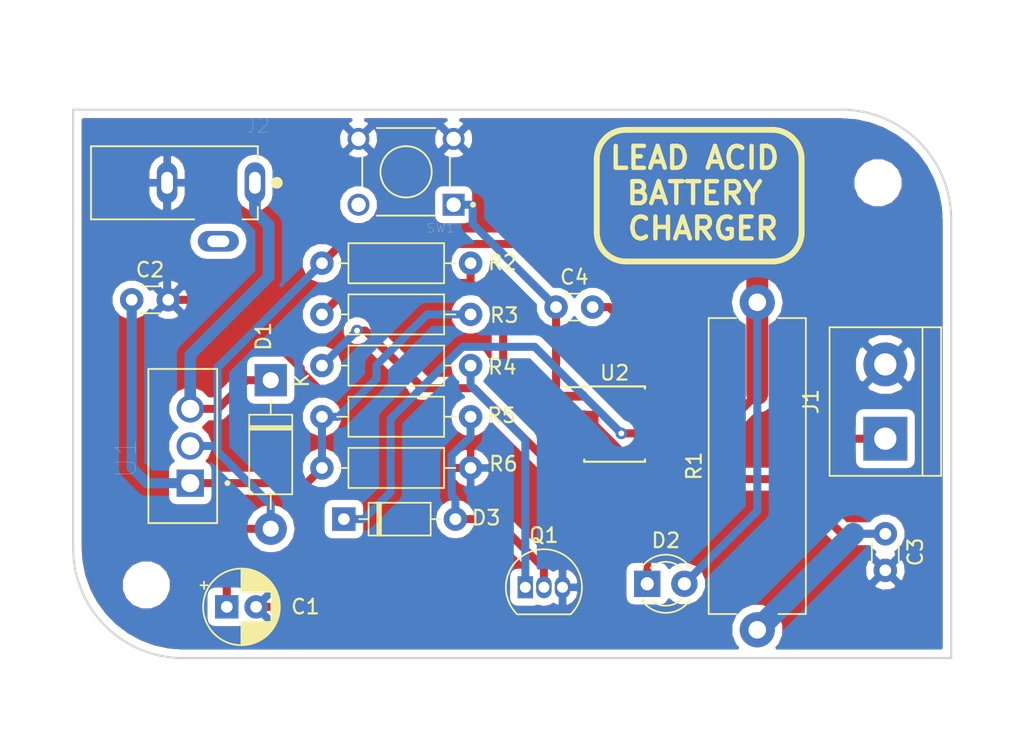
<source format=kicad_pcb>
(kicad_pcb (version 20171130) (host pcbnew "(5.0.1)-3")

  (general
    (thickness 1.6)
    (drawings 15)
    (tracks 116)
    (zones 0)
    (modules 21)
    (nets 13)
  )

  (page A4)
  (layers
    (0 F.Cu signal)
    (31 B.Cu signal)
    (32 B.Adhes user)
    (33 F.Adhes user)
    (34 B.Paste user)
    (35 F.Paste user)
    (36 B.SilkS user)
    (37 F.SilkS user)
    (38 B.Mask user)
    (39 F.Mask user)
    (40 Dwgs.User user)
    (41 Cmts.User user)
    (42 Eco1.User user)
    (43 Eco2.User user)
    (44 Edge.Cuts user)
    (45 Margin user)
    (46 B.CrtYd user)
    (47 F.CrtYd user)
    (48 B.Fab user)
    (49 F.Fab user)
  )

  (setup
    (last_trace_width 0.55)
    (trace_clearance 0.2)
    (zone_clearance 0.508)
    (zone_45_only no)
    (trace_min 0.2)
    (segment_width 0.4)
    (edge_width 0.15)
    (via_size 0.8)
    (via_drill 0.4)
    (via_min_size 0.4)
    (via_min_drill 0.3)
    (uvia_size 0.3)
    (uvia_drill 0.1)
    (uvias_allowed no)
    (uvia_min_size 0.2)
    (uvia_min_drill 0.1)
    (pcb_text_width 0.3)
    (pcb_text_size 1.5 1.5)
    (mod_edge_width 0.15)
    (mod_text_size 1 1)
    (mod_text_width 0.15)
    (pad_size 1.524 1.524)
    (pad_drill 0.762)
    (pad_to_mask_clearance 0.051)
    (solder_mask_min_width 0.25)
    (aux_axis_origin 0 0)
    (visible_elements 7FFFFFFF)
    (pcbplotparams
      (layerselection 0x010fc_ffffffff)
      (usegerberextensions false)
      (usegerberattributes false)
      (usegerberadvancedattributes false)
      (creategerberjobfile false)
      (excludeedgelayer true)
      (linewidth 0.100000)
      (plotframeref false)
      (viasonmask false)
      (mode 1)
      (useauxorigin false)
      (hpglpennumber 1)
      (hpglpenspeed 20)
      (hpglpendiameter 15.000000)
      (psnegative false)
      (psa4output false)
      (plotreference true)
      (plotvalue true)
      (plotinvisibletext false)
      (padsonsilk false)
      (subtractmaskfromsilk false)
      (outputformat 1)
      (mirror false)
      (drillshape 1)
      (scaleselection 1)
      (outputdirectory ""))
  )

  (net 0 "")
  (net 1 GND)
  (net 2 "Net-(C1-Pad1)")
  (net 3 "Net-(C2-Pad1)")
  (net 4 "Net-(C3-Pad1)")
  (net 5 "Net-(C4-Pad1)")
  (net 6 "Net-(C4-Pad2)")
  (net 7 "Net-(D1-Pad1)")
  (net 8 "Net-(D2-Pad1)")
  (net 9 "Net-(D3-Pad1)")
  (net 10 "Net-(D3-Pad2)")
  (net 11 "Net-(Q1-Pad1)")
  (net 12 "Net-(R2-Pad2)")

  (net_class Default "This is the default net class."
    (clearance 0.2)
    (trace_width 0.55)
    (via_dia 0.8)
    (via_drill 0.4)
    (uvia_dia 0.3)
    (uvia_drill 0.1)
    (add_net GND)
    (add_net "Net-(C1-Pad1)")
    (add_net "Net-(C2-Pad1)")
    (add_net "Net-(C3-Pad1)")
    (add_net "Net-(C4-Pad1)")
    (add_net "Net-(C4-Pad2)")
    (add_net "Net-(D1-Pad1)")
    (add_net "Net-(D2-Pad1)")
    (add_net "Net-(D3-Pad1)")
    (add_net "Net-(D3-Pad2)")
    (add_net "Net-(Q1-Pad1)")
    (add_net "Net-(R2-Pad2)")
  )

  (module MountingHole:MountingHole_2.2mm_M2 (layer F.Cu) (tedit 60229D2C) (tstamp 6022A8B0)
    (at 125 100)
    (descr "Mounting Hole 2.2mm, no annular, M2")
    (tags "mounting hole 2.2mm no annular m2")
    (attr virtual)
    (fp_text reference MOUNT1 (at 0 -3.2) (layer F.SilkS) hide
      (effects (font (size 1 1) (thickness 0.15)))
    )
    (fp_text value MountingHole_2.2mm_M2 (at 0 3.2) (layer F.Fab)
      (effects (font (size 1 1) (thickness 0.15)))
    )
    (fp_text user %R (at 0.3 0) (layer F.Fab)
      (effects (font (size 1 1) (thickness 0.15)))
    )
    (fp_circle (center 0 0) (end 2.2 0) (layer Cmts.User) (width 0.15))
    (fp_circle (center 0 0) (end 2.45 0) (layer F.CrtYd) (width 0.05))
    (pad 1 np_thru_hole circle (at 0 0) (size 2.2 2.2) (drill 2.2) (layers *.Cu *.Mask))
  )

  (module Capacitor_THT:CP_Radial_D5.0mm_P2.00mm (layer F.Cu) (tedit 5AE50EF0) (tstamp 60407277)
    (at 130.5 101.5)
    (descr "CP, Radial series, Radial, pin pitch=2.00mm, , diameter=5mm, Electrolytic Capacitor")
    (tags "CP Radial series Radial pin pitch 2.00mm  diameter 5mm Electrolytic Capacitor")
    (path /60216DEB)
    (fp_text reference C1 (at 5.37 -0.01) (layer F.SilkS)
      (effects (font (size 1 1) (thickness 0.15)))
    )
    (fp_text value CP (at 1 3.75) (layer F.Fab)
      (effects (font (size 1 1) (thickness 0.15)))
    )
    (fp_text user %R (at 1 0) (layer F.Fab)
      (effects (font (size 1 1) (thickness 0.15)))
    )
    (fp_line (start -1.554775 -1.725) (end -1.554775 -1.225) (layer F.SilkS) (width 0.12))
    (fp_line (start -1.804775 -1.475) (end -1.304775 -1.475) (layer F.SilkS) (width 0.12))
    (fp_line (start 3.601 -0.284) (end 3.601 0.284) (layer F.SilkS) (width 0.12))
    (fp_line (start 3.561 -0.518) (end 3.561 0.518) (layer F.SilkS) (width 0.12))
    (fp_line (start 3.521 -0.677) (end 3.521 0.677) (layer F.SilkS) (width 0.12))
    (fp_line (start 3.481 -0.805) (end 3.481 0.805) (layer F.SilkS) (width 0.12))
    (fp_line (start 3.441 -0.915) (end 3.441 0.915) (layer F.SilkS) (width 0.12))
    (fp_line (start 3.401 -1.011) (end 3.401 1.011) (layer F.SilkS) (width 0.12))
    (fp_line (start 3.361 -1.098) (end 3.361 1.098) (layer F.SilkS) (width 0.12))
    (fp_line (start 3.321 -1.178) (end 3.321 1.178) (layer F.SilkS) (width 0.12))
    (fp_line (start 3.281 -1.251) (end 3.281 1.251) (layer F.SilkS) (width 0.12))
    (fp_line (start 3.241 -1.319) (end 3.241 1.319) (layer F.SilkS) (width 0.12))
    (fp_line (start 3.201 -1.383) (end 3.201 1.383) (layer F.SilkS) (width 0.12))
    (fp_line (start 3.161 -1.443) (end 3.161 1.443) (layer F.SilkS) (width 0.12))
    (fp_line (start 3.121 -1.5) (end 3.121 1.5) (layer F.SilkS) (width 0.12))
    (fp_line (start 3.081 -1.554) (end 3.081 1.554) (layer F.SilkS) (width 0.12))
    (fp_line (start 3.041 -1.605) (end 3.041 1.605) (layer F.SilkS) (width 0.12))
    (fp_line (start 3.001 1.04) (end 3.001 1.653) (layer F.SilkS) (width 0.12))
    (fp_line (start 3.001 -1.653) (end 3.001 -1.04) (layer F.SilkS) (width 0.12))
    (fp_line (start 2.961 1.04) (end 2.961 1.699) (layer F.SilkS) (width 0.12))
    (fp_line (start 2.961 -1.699) (end 2.961 -1.04) (layer F.SilkS) (width 0.12))
    (fp_line (start 2.921 1.04) (end 2.921 1.743) (layer F.SilkS) (width 0.12))
    (fp_line (start 2.921 -1.743) (end 2.921 -1.04) (layer F.SilkS) (width 0.12))
    (fp_line (start 2.881 1.04) (end 2.881 1.785) (layer F.SilkS) (width 0.12))
    (fp_line (start 2.881 -1.785) (end 2.881 -1.04) (layer F.SilkS) (width 0.12))
    (fp_line (start 2.841 1.04) (end 2.841 1.826) (layer F.SilkS) (width 0.12))
    (fp_line (start 2.841 -1.826) (end 2.841 -1.04) (layer F.SilkS) (width 0.12))
    (fp_line (start 2.801 1.04) (end 2.801 1.864) (layer F.SilkS) (width 0.12))
    (fp_line (start 2.801 -1.864) (end 2.801 -1.04) (layer F.SilkS) (width 0.12))
    (fp_line (start 2.761 1.04) (end 2.761 1.901) (layer F.SilkS) (width 0.12))
    (fp_line (start 2.761 -1.901) (end 2.761 -1.04) (layer F.SilkS) (width 0.12))
    (fp_line (start 2.721 1.04) (end 2.721 1.937) (layer F.SilkS) (width 0.12))
    (fp_line (start 2.721 -1.937) (end 2.721 -1.04) (layer F.SilkS) (width 0.12))
    (fp_line (start 2.681 1.04) (end 2.681 1.971) (layer F.SilkS) (width 0.12))
    (fp_line (start 2.681 -1.971) (end 2.681 -1.04) (layer F.SilkS) (width 0.12))
    (fp_line (start 2.641 1.04) (end 2.641 2.004) (layer F.SilkS) (width 0.12))
    (fp_line (start 2.641 -2.004) (end 2.641 -1.04) (layer F.SilkS) (width 0.12))
    (fp_line (start 2.601 1.04) (end 2.601 2.035) (layer F.SilkS) (width 0.12))
    (fp_line (start 2.601 -2.035) (end 2.601 -1.04) (layer F.SilkS) (width 0.12))
    (fp_line (start 2.561 1.04) (end 2.561 2.065) (layer F.SilkS) (width 0.12))
    (fp_line (start 2.561 -2.065) (end 2.561 -1.04) (layer F.SilkS) (width 0.12))
    (fp_line (start 2.521 1.04) (end 2.521 2.095) (layer F.SilkS) (width 0.12))
    (fp_line (start 2.521 -2.095) (end 2.521 -1.04) (layer F.SilkS) (width 0.12))
    (fp_line (start 2.481 1.04) (end 2.481 2.122) (layer F.SilkS) (width 0.12))
    (fp_line (start 2.481 -2.122) (end 2.481 -1.04) (layer F.SilkS) (width 0.12))
    (fp_line (start 2.441 1.04) (end 2.441 2.149) (layer F.SilkS) (width 0.12))
    (fp_line (start 2.441 -2.149) (end 2.441 -1.04) (layer F.SilkS) (width 0.12))
    (fp_line (start 2.401 1.04) (end 2.401 2.175) (layer F.SilkS) (width 0.12))
    (fp_line (start 2.401 -2.175) (end 2.401 -1.04) (layer F.SilkS) (width 0.12))
    (fp_line (start 2.361 1.04) (end 2.361 2.2) (layer F.SilkS) (width 0.12))
    (fp_line (start 2.361 -2.2) (end 2.361 -1.04) (layer F.SilkS) (width 0.12))
    (fp_line (start 2.321 1.04) (end 2.321 2.224) (layer F.SilkS) (width 0.12))
    (fp_line (start 2.321 -2.224) (end 2.321 -1.04) (layer F.SilkS) (width 0.12))
    (fp_line (start 2.281 1.04) (end 2.281 2.247) (layer F.SilkS) (width 0.12))
    (fp_line (start 2.281 -2.247) (end 2.281 -1.04) (layer F.SilkS) (width 0.12))
    (fp_line (start 2.241 1.04) (end 2.241 2.268) (layer F.SilkS) (width 0.12))
    (fp_line (start 2.241 -2.268) (end 2.241 -1.04) (layer F.SilkS) (width 0.12))
    (fp_line (start 2.201 1.04) (end 2.201 2.29) (layer F.SilkS) (width 0.12))
    (fp_line (start 2.201 -2.29) (end 2.201 -1.04) (layer F.SilkS) (width 0.12))
    (fp_line (start 2.161 1.04) (end 2.161 2.31) (layer F.SilkS) (width 0.12))
    (fp_line (start 2.161 -2.31) (end 2.161 -1.04) (layer F.SilkS) (width 0.12))
    (fp_line (start 2.121 1.04) (end 2.121 2.329) (layer F.SilkS) (width 0.12))
    (fp_line (start 2.121 -2.329) (end 2.121 -1.04) (layer F.SilkS) (width 0.12))
    (fp_line (start 2.081 1.04) (end 2.081 2.348) (layer F.SilkS) (width 0.12))
    (fp_line (start 2.081 -2.348) (end 2.081 -1.04) (layer F.SilkS) (width 0.12))
    (fp_line (start 2.041 1.04) (end 2.041 2.365) (layer F.SilkS) (width 0.12))
    (fp_line (start 2.041 -2.365) (end 2.041 -1.04) (layer F.SilkS) (width 0.12))
    (fp_line (start 2.001 1.04) (end 2.001 2.382) (layer F.SilkS) (width 0.12))
    (fp_line (start 2.001 -2.382) (end 2.001 -1.04) (layer F.SilkS) (width 0.12))
    (fp_line (start 1.961 1.04) (end 1.961 2.398) (layer F.SilkS) (width 0.12))
    (fp_line (start 1.961 -2.398) (end 1.961 -1.04) (layer F.SilkS) (width 0.12))
    (fp_line (start 1.921 1.04) (end 1.921 2.414) (layer F.SilkS) (width 0.12))
    (fp_line (start 1.921 -2.414) (end 1.921 -1.04) (layer F.SilkS) (width 0.12))
    (fp_line (start 1.881 1.04) (end 1.881 2.428) (layer F.SilkS) (width 0.12))
    (fp_line (start 1.881 -2.428) (end 1.881 -1.04) (layer F.SilkS) (width 0.12))
    (fp_line (start 1.841 1.04) (end 1.841 2.442) (layer F.SilkS) (width 0.12))
    (fp_line (start 1.841 -2.442) (end 1.841 -1.04) (layer F.SilkS) (width 0.12))
    (fp_line (start 1.801 1.04) (end 1.801 2.455) (layer F.SilkS) (width 0.12))
    (fp_line (start 1.801 -2.455) (end 1.801 -1.04) (layer F.SilkS) (width 0.12))
    (fp_line (start 1.761 1.04) (end 1.761 2.468) (layer F.SilkS) (width 0.12))
    (fp_line (start 1.761 -2.468) (end 1.761 -1.04) (layer F.SilkS) (width 0.12))
    (fp_line (start 1.721 1.04) (end 1.721 2.48) (layer F.SilkS) (width 0.12))
    (fp_line (start 1.721 -2.48) (end 1.721 -1.04) (layer F.SilkS) (width 0.12))
    (fp_line (start 1.68 1.04) (end 1.68 2.491) (layer F.SilkS) (width 0.12))
    (fp_line (start 1.68 -2.491) (end 1.68 -1.04) (layer F.SilkS) (width 0.12))
    (fp_line (start 1.64 1.04) (end 1.64 2.501) (layer F.SilkS) (width 0.12))
    (fp_line (start 1.64 -2.501) (end 1.64 -1.04) (layer F.SilkS) (width 0.12))
    (fp_line (start 1.6 1.04) (end 1.6 2.511) (layer F.SilkS) (width 0.12))
    (fp_line (start 1.6 -2.511) (end 1.6 -1.04) (layer F.SilkS) (width 0.12))
    (fp_line (start 1.56 1.04) (end 1.56 2.52) (layer F.SilkS) (width 0.12))
    (fp_line (start 1.56 -2.52) (end 1.56 -1.04) (layer F.SilkS) (width 0.12))
    (fp_line (start 1.52 1.04) (end 1.52 2.528) (layer F.SilkS) (width 0.12))
    (fp_line (start 1.52 -2.528) (end 1.52 -1.04) (layer F.SilkS) (width 0.12))
    (fp_line (start 1.48 1.04) (end 1.48 2.536) (layer F.SilkS) (width 0.12))
    (fp_line (start 1.48 -2.536) (end 1.48 -1.04) (layer F.SilkS) (width 0.12))
    (fp_line (start 1.44 1.04) (end 1.44 2.543) (layer F.SilkS) (width 0.12))
    (fp_line (start 1.44 -2.543) (end 1.44 -1.04) (layer F.SilkS) (width 0.12))
    (fp_line (start 1.4 1.04) (end 1.4 2.55) (layer F.SilkS) (width 0.12))
    (fp_line (start 1.4 -2.55) (end 1.4 -1.04) (layer F.SilkS) (width 0.12))
    (fp_line (start 1.36 1.04) (end 1.36 2.556) (layer F.SilkS) (width 0.12))
    (fp_line (start 1.36 -2.556) (end 1.36 -1.04) (layer F.SilkS) (width 0.12))
    (fp_line (start 1.32 1.04) (end 1.32 2.561) (layer F.SilkS) (width 0.12))
    (fp_line (start 1.32 -2.561) (end 1.32 -1.04) (layer F.SilkS) (width 0.12))
    (fp_line (start 1.28 1.04) (end 1.28 2.565) (layer F.SilkS) (width 0.12))
    (fp_line (start 1.28 -2.565) (end 1.28 -1.04) (layer F.SilkS) (width 0.12))
    (fp_line (start 1.24 1.04) (end 1.24 2.569) (layer F.SilkS) (width 0.12))
    (fp_line (start 1.24 -2.569) (end 1.24 -1.04) (layer F.SilkS) (width 0.12))
    (fp_line (start 1.2 1.04) (end 1.2 2.573) (layer F.SilkS) (width 0.12))
    (fp_line (start 1.2 -2.573) (end 1.2 -1.04) (layer F.SilkS) (width 0.12))
    (fp_line (start 1.16 1.04) (end 1.16 2.576) (layer F.SilkS) (width 0.12))
    (fp_line (start 1.16 -2.576) (end 1.16 -1.04) (layer F.SilkS) (width 0.12))
    (fp_line (start 1.12 1.04) (end 1.12 2.578) (layer F.SilkS) (width 0.12))
    (fp_line (start 1.12 -2.578) (end 1.12 -1.04) (layer F.SilkS) (width 0.12))
    (fp_line (start 1.08 1.04) (end 1.08 2.579) (layer F.SilkS) (width 0.12))
    (fp_line (start 1.08 -2.579) (end 1.08 -1.04) (layer F.SilkS) (width 0.12))
    (fp_line (start 1.04 -2.58) (end 1.04 -1.04) (layer F.SilkS) (width 0.12))
    (fp_line (start 1.04 1.04) (end 1.04 2.58) (layer F.SilkS) (width 0.12))
    (fp_line (start 1 -2.58) (end 1 -1.04) (layer F.SilkS) (width 0.12))
    (fp_line (start 1 1.04) (end 1 2.58) (layer F.SilkS) (width 0.12))
    (fp_line (start -0.883605 -1.3375) (end -0.883605 -0.8375) (layer F.Fab) (width 0.1))
    (fp_line (start -1.133605 -1.0875) (end -0.633605 -1.0875) (layer F.Fab) (width 0.1))
    (fp_circle (center 1 0) (end 3.75 0) (layer F.CrtYd) (width 0.05))
    (fp_circle (center 1 0) (end 3.62 0) (layer F.SilkS) (width 0.12))
    (fp_circle (center 1 0) (end 3.5 0) (layer F.Fab) (width 0.1))
    (pad 2 thru_hole circle (at 2 0) (size 1.6 1.6) (drill 0.8) (layers *.Cu *.Mask)
      (net 1 GND))
    (pad 1 thru_hole rect (at 0 0) (size 1.6 1.6) (drill 0.8) (layers *.Cu *.Mask)
      (net 2 "Net-(C1-Pad1)"))
    (model ${KISYS3DMOD}/Capacitor_THT.3dshapes/CP_Radial_D5.0mm_P2.00mm.wrl
      (at (xyz 0 0 0))
      (scale (xyz 1 1 1))
      (rotate (xyz 0 0 0))
    )
  )

  (module Diode_THT:D_DO-41_SOD81_P10.16mm_Horizontal (layer F.Cu) (tedit 5AE50CD5) (tstamp 6040741F)
    (at 133.5 86 270)
    (descr "Diode, DO-41_SOD81 series, Axial, Horizontal, pin pitch=10.16mm, , length*diameter=5.2*2.7mm^2, , http://www.diodes.com/_files/packages/DO-41%20(Plastic).pdf")
    (tags "Diode DO-41_SOD81 series Axial Horizontal pin pitch 10.16mm  length 5.2mm diameter 2.7mm")
    (path /60216BB4)
    (fp_text reference D1 (at -3 0.5 270) (layer F.SilkS)
      (effects (font (size 1 1) (thickness 0.15)))
    )
    (fp_text value 1N4007 (at 5.08 2.47 270) (layer F.Fab)
      (effects (font (size 1 1) (thickness 0.15)))
    )
    (fp_line (start 2.48 -1.35) (end 2.48 1.35) (layer F.Fab) (width 0.1))
    (fp_line (start 2.48 1.35) (end 7.68 1.35) (layer F.Fab) (width 0.1))
    (fp_line (start 7.68 1.35) (end 7.68 -1.35) (layer F.Fab) (width 0.1))
    (fp_line (start 7.68 -1.35) (end 2.48 -1.35) (layer F.Fab) (width 0.1))
    (fp_line (start 0 0) (end 2.48 0) (layer F.Fab) (width 0.1))
    (fp_line (start 10.16 0) (end 7.68 0) (layer F.Fab) (width 0.1))
    (fp_line (start 3.26 -1.35) (end 3.26 1.35) (layer F.Fab) (width 0.1))
    (fp_line (start 3.36 -1.35) (end 3.36 1.35) (layer F.Fab) (width 0.1))
    (fp_line (start 3.16 -1.35) (end 3.16 1.35) (layer F.Fab) (width 0.1))
    (fp_line (start 2.36 -1.47) (end 2.36 1.47) (layer F.SilkS) (width 0.12))
    (fp_line (start 2.36 1.47) (end 7.8 1.47) (layer F.SilkS) (width 0.12))
    (fp_line (start 7.8 1.47) (end 7.8 -1.47) (layer F.SilkS) (width 0.12))
    (fp_line (start 7.8 -1.47) (end 2.36 -1.47) (layer F.SilkS) (width 0.12))
    (fp_line (start 1.34 0) (end 2.36 0) (layer F.SilkS) (width 0.12))
    (fp_line (start 8.82 0) (end 7.8 0) (layer F.SilkS) (width 0.12))
    (fp_line (start 3.26 -1.47) (end 3.26 1.47) (layer F.SilkS) (width 0.12))
    (fp_line (start 3.38 -1.47) (end 3.38 1.47) (layer F.SilkS) (width 0.12))
    (fp_line (start 3.14 -1.47) (end 3.14 1.47) (layer F.SilkS) (width 0.12))
    (fp_line (start -1.35 -1.6) (end -1.35 1.6) (layer F.CrtYd) (width 0.05))
    (fp_line (start -1.35 1.6) (end 11.51 1.6) (layer F.CrtYd) (width 0.05))
    (fp_line (start 11.51 1.6) (end 11.51 -1.6) (layer F.CrtYd) (width 0.05))
    (fp_line (start 11.51 -1.6) (end -1.35 -1.6) (layer F.CrtYd) (width 0.05))
    (fp_text user %R (at 5.47 0 270) (layer F.Fab)
      (effects (font (size 1 1) (thickness 0.15)))
    )
    (fp_text user K (at 0 -2.1 270) (layer F.Fab)
      (effects (font (size 1 1) (thickness 0.15)))
    )
    (fp_text user K (at 0 -2.1 270) (layer F.SilkS)
      (effects (font (size 1 1) (thickness 0.15)))
    )
    (pad 1 thru_hole rect (at 0 0 270) (size 2.2 2.2) (drill 1.1) (layers *.Cu *.Mask)
      (net 7 "Net-(D1-Pad1)"))
    (pad 2 thru_hole oval (at 10.16 0 270) (size 2.2 2.2) (drill 1.1) (layers *.Cu *.Mask)
      (net 2 "Net-(C1-Pad1)"))
    (model ${KISYS3DMOD}/Diode_THT.3dshapes/D_DO-41_SOD81_P10.16mm_Horizontal.wrl
      (at (xyz 0 0 0))
      (scale (xyz 1 1 1))
      (rotate (xyz 0 0 0))
    )
  )

  (module LED_THT:LED_D3.0mm (layer F.Cu) (tedit 587A3A7B) (tstamp 60407432)
    (at 159.23 99.92)
    (descr "LED, diameter 3.0mm, 2 pins")
    (tags "LED diameter 3.0mm 2 pins")
    (path /60216D6E)
    (fp_text reference D2 (at 1.27 -2.96) (layer F.SilkS)
      (effects (font (size 1 1) (thickness 0.15)))
    )
    (fp_text value LED (at 1.27 2.96) (layer F.Fab)
      (effects (font (size 1 1) (thickness 0.15)))
    )
    (fp_arc (start 1.27 0) (end -0.23 -1.16619) (angle 284.3) (layer F.Fab) (width 0.1))
    (fp_arc (start 1.27 0) (end -0.29 -1.235516) (angle 108.8) (layer F.SilkS) (width 0.12))
    (fp_arc (start 1.27 0) (end -0.29 1.235516) (angle -108.8) (layer F.SilkS) (width 0.12))
    (fp_arc (start 1.27 0) (end 0.229039 -1.08) (angle 87.9) (layer F.SilkS) (width 0.12))
    (fp_arc (start 1.27 0) (end 0.229039 1.08) (angle -87.9) (layer F.SilkS) (width 0.12))
    (fp_circle (center 1.27 0) (end 2.77 0) (layer F.Fab) (width 0.1))
    (fp_line (start -0.23 -1.16619) (end -0.23 1.16619) (layer F.Fab) (width 0.1))
    (fp_line (start -0.29 -1.236) (end -0.29 -1.08) (layer F.SilkS) (width 0.12))
    (fp_line (start -0.29 1.08) (end -0.29 1.236) (layer F.SilkS) (width 0.12))
    (fp_line (start -1.15 -2.25) (end -1.15 2.25) (layer F.CrtYd) (width 0.05))
    (fp_line (start -1.15 2.25) (end 3.7 2.25) (layer F.CrtYd) (width 0.05))
    (fp_line (start 3.7 2.25) (end 3.7 -2.25) (layer F.CrtYd) (width 0.05))
    (fp_line (start 3.7 -2.25) (end -1.15 -2.25) (layer F.CrtYd) (width 0.05))
    (pad 1 thru_hole rect (at 0 0) (size 1.8 1.8) (drill 0.9) (layers *.Cu *.Mask)
      (net 8 "Net-(D2-Pad1)"))
    (pad 2 thru_hole circle (at 2.54 0) (size 1.8 1.8) (drill 0.9) (layers *.Cu *.Mask)
      (net 2 "Net-(C1-Pad1)"))
    (model ${KISYS3DMOD}/LED_THT.3dshapes/LED_D3.0mm.wrl
      (at (xyz 0 0 0))
      (scale (xyz 1 1 1))
      (rotate (xyz 0 0 0))
    )
  )

  (module Diode_THT:D_DO-35_SOD27_P7.62mm_Horizontal (layer F.Cu) (tedit 6022B560) (tstamp 60407451)
    (at 138.5 95.5)
    (descr "Diode, DO-35_SOD27 series, Axial, Horizontal, pin pitch=7.62mm, , length*diameter=4*2mm^2, , http://www.diodes.com/_files/packages/DO-35.pdf")
    (tags "Diode DO-35_SOD27 series Axial Horizontal pin pitch 7.62mm  length 4mm diameter 2mm")
    (path /6021A2B4)
    (fp_text reference D3 (at 9.72 -0.09) (layer F.SilkS)
      (effects (font (size 1 1) (thickness 0.15)))
    )
    (fp_text value 1N4148 (at 3.81 2.12) (layer F.Fab)
      (effects (font (size 1 1) (thickness 0.15)))
    )
    (fp_line (start 1.81 -1) (end 1.81 1) (layer F.Fab) (width 0.1))
    (fp_line (start 1.81 1) (end 5.81 1) (layer F.Fab) (width 0.1))
    (fp_line (start 5.81 1) (end 5.81 -1) (layer F.Fab) (width 0.1))
    (fp_line (start 5.81 -1) (end 1.81 -1) (layer F.Fab) (width 0.1))
    (fp_line (start 0 0) (end 1.81 0) (layer F.Fab) (width 0.1))
    (fp_line (start 7.62 0) (end 5.81 0) (layer F.Fab) (width 0.1))
    (fp_line (start 2.41 -1) (end 2.41 1) (layer F.Fab) (width 0.1))
    (fp_line (start 2.51 -1) (end 2.51 1) (layer F.Fab) (width 0.1))
    (fp_line (start 2.31 -1) (end 2.31 1) (layer F.Fab) (width 0.1))
    (fp_line (start 1.69 -1.12) (end 1.69 1.12) (layer F.SilkS) (width 0.12))
    (fp_line (start 1.69 1.12) (end 5.93 1.12) (layer F.SilkS) (width 0.12))
    (fp_line (start 5.93 1.12) (end 5.93 -1.12) (layer F.SilkS) (width 0.12))
    (fp_line (start 5.93 -1.12) (end 1.69 -1.12) (layer F.SilkS) (width 0.12))
    (fp_line (start 1.04 0) (end 1.69 0) (layer F.SilkS) (width 0.12))
    (fp_line (start 6.58 0) (end 5.93 0) (layer F.SilkS) (width 0.12))
    (fp_line (start 2.41 -1.12) (end 2.41 1.12) (layer F.SilkS) (width 0.12))
    (fp_line (start 2.53 -1.12) (end 2.53 1.12) (layer F.SilkS) (width 0.12))
    (fp_line (start 2.29 -1.12) (end 2.29 1.12) (layer F.SilkS) (width 0.12))
    (fp_line (start -1.05 -1.25) (end -1.05 1.25) (layer F.CrtYd) (width 0.05))
    (fp_line (start -1.05 1.25) (end 8.67 1.25) (layer F.CrtYd) (width 0.05))
    (fp_line (start 8.67 1.25) (end 8.67 -1.25) (layer F.CrtYd) (width 0.05))
    (fp_line (start 8.67 -1.25) (end -1.05 -1.25) (layer F.CrtYd) (width 0.05))
    (fp_text user %R (at 4.134999 0) (layer F.Fab)
      (effects (font (size 0.8 0.8) (thickness 0.12)))
    )
    (fp_text user K (at 0 -1.8) (layer F.Fab)
      (effects (font (size 1 1) (thickness 0.15)))
    )
    (fp_text user K (at -1.48 12.81) (layer F.SilkS) hide
      (effects (font (size 1 1) (thickness 0.15)))
    )
    (pad 1 thru_hole rect (at 0 0) (size 1.6 1.6) (drill 0.8) (layers *.Cu *.Mask)
      (net 9 "Net-(D3-Pad1)"))
    (pad 2 thru_hole oval (at 7.62 0) (size 1.6 1.6) (drill 0.8) (layers *.Cu *.Mask)
      (net 10 "Net-(D3-Pad2)"))
    (model ${KISYS3DMOD}/Diode_THT.3dshapes/D_DO-35_SOD27_P7.62mm_Horizontal.wrl
      (at (xyz 0 0 0))
      (scale (xyz 1 1 1))
      (rotate (xyz 0 0 0))
    )
  )

  (module TerminalBlock:TerminalBlock_bornier-2_P5.08mm (layer F.Cu) (tedit 59FF03AB) (tstamp 60407466)
    (at 175.5 90 90)
    (descr "simple 2-pin terminal block, pitch 5.08mm, revamped version of bornier2")
    (tags "terminal block bornier2")
    (path /60221BAC)
    (fp_text reference J1 (at 2.54 -5.08 90) (layer F.SilkS)
      (effects (font (size 1 1) (thickness 0.15)))
    )
    (fp_text value BATTERY (at 2.54 5.08 90) (layer F.Fab)
      (effects (font (size 1 1) (thickness 0.15)))
    )
    (fp_text user %R (at 2.54 0 90) (layer F.Fab)
      (effects (font (size 1 1) (thickness 0.15)))
    )
    (fp_line (start -2.41 2.55) (end 7.49 2.55) (layer F.Fab) (width 0.1))
    (fp_line (start -2.46 -3.75) (end -2.46 3.75) (layer F.Fab) (width 0.1))
    (fp_line (start -2.46 3.75) (end 7.54 3.75) (layer F.Fab) (width 0.1))
    (fp_line (start 7.54 3.75) (end 7.54 -3.75) (layer F.Fab) (width 0.1))
    (fp_line (start 7.54 -3.75) (end -2.46 -3.75) (layer F.Fab) (width 0.1))
    (fp_line (start 7.62 2.54) (end -2.54 2.54) (layer F.SilkS) (width 0.12))
    (fp_line (start 7.62 3.81) (end 7.62 -3.81) (layer F.SilkS) (width 0.12))
    (fp_line (start 7.62 -3.81) (end -2.54 -3.81) (layer F.SilkS) (width 0.12))
    (fp_line (start -2.54 -3.81) (end -2.54 3.81) (layer F.SilkS) (width 0.12))
    (fp_line (start -2.54 3.81) (end 7.62 3.81) (layer F.SilkS) (width 0.12))
    (fp_line (start -2.71 -4) (end 7.79 -4) (layer F.CrtYd) (width 0.05))
    (fp_line (start -2.71 -4) (end -2.71 4) (layer F.CrtYd) (width 0.05))
    (fp_line (start 7.79 4) (end 7.79 -4) (layer F.CrtYd) (width 0.05))
    (fp_line (start 7.79 4) (end -2.71 4) (layer F.CrtYd) (width 0.05))
    (pad 1 thru_hole rect (at 0 0 90) (size 3 3) (drill 1.52) (layers *.Cu *.Mask)
      (net 4 "Net-(C3-Pad1)"))
    (pad 2 thru_hole circle (at 5.08 0 90) (size 3 3) (drill 1.52) (layers *.Cu *.Mask)
      (net 1 GND))
    (model ${KISYS3DMOD}/TerminalBlock.3dshapes/TerminalBlock_bornier-2_P5.08mm.wrl
      (offset (xyz 2.539999961853027 0 0))
      (scale (xyz 1 1 1))
      (rotate (xyz 0 0 0))
    )
    (model ${KIPRJMOD}/3d/DG305-5.0-02P-12-00AH.STEP
      (offset (xyz -2.5 5 0))
      (scale (xyz 1 1 1))
      (rotate (xyz -90 0 0))
    )
  )

  (module Buck_3A:DC-JACK (layer F.Cu) (tedit 601F84F6) (tstamp 60407480)
    (at 132.42 72.5 180)
    (path /60216F2B)
    (fp_text reference J2 (at -0.2 3.91 180) (layer F.SilkS)
      (effects (font (size 1.000898 1.000898) (thickness 0.015)))
    )
    (fp_text value Jack-DC (at 5.61296 3.726965 180) (layer F.Fab)
      (effects (font (size 1.000528 1.000528) (thickness 0.015)))
    )
    (fp_line (start -0.2 -2.5) (end 11.2 -2.5) (layer F.Fab) (width 0.127))
    (fp_line (start 11.2 -2.5) (end 11.2 2.5) (layer F.Fab) (width 0.127))
    (fp_line (start 11.2 2.5) (end -0.2 2.5) (layer F.Fab) (width 0.127))
    (fp_line (start -0.2 2.5) (end -0.2 -2.5) (layer F.Fab) (width 0.127))
    (fp_line (start 11.2 -2.5) (end 11.2 2.5) (layer F.SilkS) (width 0.127))
    (fp_line (start 11.2 2.5) (end -0.2 2.5) (layer F.SilkS) (width 0.127))
    (fp_line (start -0.2 -2.5) (end 0.85 -2.5) (layer F.SilkS) (width 0.127))
    (fp_line (start -0.2 2.5) (end -0.2 1.65) (layer F.SilkS) (width 0.127))
    (fp_line (start 4.15 -2.5) (end 11.2 -2.5) (layer F.SilkS) (width 0.127))
    (fp_line (start -0.2 -1.65) (end -0.2 -2.5) (layer F.SilkS) (width 0.127))
    (fp_line (start -1 -2.75) (end 0.9 -2.75) (layer F.CrtYd) (width 0.05))
    (fp_line (start 0.9 -2.75) (end 0.9 -4.8) (layer F.CrtYd) (width 0.05))
    (fp_line (start 0.9 -4.8) (end 4.1 -4.8) (layer F.CrtYd) (width 0.05))
    (fp_line (start 4.1 -4.8) (end 4.1 -2.75) (layer F.CrtYd) (width 0.05))
    (fp_line (start 4.1 -2.75) (end 11.45 -2.75) (layer F.CrtYd) (width 0.05))
    (fp_line (start 11.45 -2.75) (end 11.45 2.75) (layer F.CrtYd) (width 0.05))
    (fp_line (start 11.45 2.75) (end -1 2.75) (layer F.CrtYd) (width 0.05))
    (fp_line (start -1 2.75) (end -1 -2.75) (layer F.CrtYd) (width 0.05))
    (fp_circle (center -1.5 0) (end -1.3 0) (layer F.SilkS) (width 0.4))
    (pad 2 thru_hole oval (at 6 0 180) (size 1.4 2.8) (drill oval 0.8 1.5) (layers *.Cu *.Mask)
      (net 1 GND))
    (pad 1 thru_hole oval (at 0 0 180) (size 1.4 2.8) (drill oval 0.8 1.5) (layers *.Cu *.Mask)
      (net 7 "Net-(D1-Pad1)"))
    (pad 3 thru_hole oval (at 2.5 -4 180) (size 2.8 1.4) (drill oval 1.5 0.8) (layers *.Cu *.Mask))
  )

  (module Package_TO_SOT_THT:TO-92_Inline (layer F.Cu) (tedit 5A1DD157) (tstamp 60407492)
    (at 150.9 100.16)
    (descr "TO-92 leads in-line, narrow, oval pads, drill 0.75mm (see NXP sot054_po.pdf)")
    (tags "to-92 sc-43 sc-43a sot54 PA33 transistor")
    (path /60216C36)
    (fp_text reference Q1 (at 1.27 -3.56) (layer F.SilkS)
      (effects (font (size 1 1) (thickness 0.15)))
    )
    (fp_text value 2N3906 (at 1.27 2.79) (layer F.Fab)
      (effects (font (size 1 1) (thickness 0.15)))
    )
    (fp_text user %R (at 1.27 -3.56) (layer F.Fab)
      (effects (font (size 1 1) (thickness 0.15)))
    )
    (fp_line (start -0.53 1.85) (end 3.07 1.85) (layer F.SilkS) (width 0.12))
    (fp_line (start -0.5 1.75) (end 3 1.75) (layer F.Fab) (width 0.1))
    (fp_line (start -1.46 -2.73) (end 4 -2.73) (layer F.CrtYd) (width 0.05))
    (fp_line (start -1.46 -2.73) (end -1.46 2.01) (layer F.CrtYd) (width 0.05))
    (fp_line (start 4 2.01) (end 4 -2.73) (layer F.CrtYd) (width 0.05))
    (fp_line (start 4 2.01) (end -1.46 2.01) (layer F.CrtYd) (width 0.05))
    (fp_arc (start 1.27 0) (end 1.27 -2.48) (angle 135) (layer F.Fab) (width 0.1))
    (fp_arc (start 1.27 0) (end 1.27 -2.6) (angle -135) (layer F.SilkS) (width 0.12))
    (fp_arc (start 1.27 0) (end 1.27 -2.48) (angle -135) (layer F.Fab) (width 0.1))
    (fp_arc (start 1.27 0) (end 1.27 -2.6) (angle 135) (layer F.SilkS) (width 0.12))
    (pad 2 thru_hole oval (at 1.27 0) (size 1.05 1.5) (drill 0.75) (layers *.Cu *.Mask)
      (net 10 "Net-(D3-Pad2)"))
    (pad 3 thru_hole oval (at 2.54 0) (size 1.05 1.5) (drill 0.75) (layers *.Cu *.Mask)
      (net 1 GND))
    (pad 1 thru_hole rect (at 0 0) (size 1.05 1.5) (drill 0.75) (layers *.Cu *.Mask)
      (net 11 "Net-(Q1-Pad1)"))
    (model ${KISYS3DMOD}/Package_TO_SOT_THT.3dshapes/TO-92_Inline.wrl
      (at (xyz 0 0 0))
      (scale (xyz 1 1 1))
      (rotate (xyz 0 0 0))
    )
  )

  (module Resistor_THT:R_Axial_DIN0207_L6.3mm_D2.5mm_P10.16mm_Horizontal (layer F.Cu) (tedit 5AE5139B) (tstamp 604074C0)
    (at 137 78)
    (descr "Resistor, Axial_DIN0207 series, Axial, Horizontal, pin pitch=10.16mm, 0.25W = 1/4W, length*diameter=6.3*2.5mm^2, http://cdn-reichelt.de/documents/datenblatt/B400/1_4W%23YAG.pdf")
    (tags "Resistor Axial_DIN0207 series Axial Horizontal pin pitch 10.16mm 0.25W = 1/4W length 6.3mm diameter 2.5mm")
    (path /60218DC8)
    (fp_text reference R2 (at 12.33 -0.04) (layer F.SilkS)
      (effects (font (size 1 1) (thickness 0.15)))
    )
    (fp_text value R_Small (at 5.08 2.37) (layer F.Fab)
      (effects (font (size 1 1) (thickness 0.15)))
    )
    (fp_text user %R (at 5.08 0) (layer F.Fab)
      (effects (font (size 1 1) (thickness 0.15)))
    )
    (fp_line (start 11.21 -1.5) (end -1.05 -1.5) (layer F.CrtYd) (width 0.05))
    (fp_line (start 11.21 1.5) (end 11.21 -1.5) (layer F.CrtYd) (width 0.05))
    (fp_line (start -1.05 1.5) (end 11.21 1.5) (layer F.CrtYd) (width 0.05))
    (fp_line (start -1.05 -1.5) (end -1.05 1.5) (layer F.CrtYd) (width 0.05))
    (fp_line (start 9.12 0) (end 8.35 0) (layer F.SilkS) (width 0.12))
    (fp_line (start 1.04 0) (end 1.81 0) (layer F.SilkS) (width 0.12))
    (fp_line (start 8.35 -1.37) (end 1.81 -1.37) (layer F.SilkS) (width 0.12))
    (fp_line (start 8.35 1.37) (end 8.35 -1.37) (layer F.SilkS) (width 0.12))
    (fp_line (start 1.81 1.37) (end 8.35 1.37) (layer F.SilkS) (width 0.12))
    (fp_line (start 1.81 -1.37) (end 1.81 1.37) (layer F.SilkS) (width 0.12))
    (fp_line (start 10.16 0) (end 8.23 0) (layer F.Fab) (width 0.1))
    (fp_line (start 0 0) (end 1.93 0) (layer F.Fab) (width 0.1))
    (fp_line (start 8.23 -1.25) (end 1.93 -1.25) (layer F.Fab) (width 0.1))
    (fp_line (start 8.23 1.25) (end 8.23 -1.25) (layer F.Fab) (width 0.1))
    (fp_line (start 1.93 1.25) (end 8.23 1.25) (layer F.Fab) (width 0.1))
    (fp_line (start 1.93 -1.25) (end 1.93 1.25) (layer F.Fab) (width 0.1))
    (pad 2 thru_hole oval (at 10.16 0) (size 1.6 1.6) (drill 0.8) (layers *.Cu *.Mask)
      (net 12 "Net-(R2-Pad2)"))
    (pad 1 thru_hole circle (at 0 0) (size 1.6 1.6) (drill 0.8) (layers *.Cu *.Mask)
      (net 2 "Net-(C1-Pad1)"))
    (model ${KISYS3DMOD}/Resistor_THT.3dshapes/R_Axial_DIN0207_L6.3mm_D2.5mm_P10.16mm_Horizontal.wrl
      (at (xyz 0 0 0))
      (scale (xyz 1 1 1))
      (rotate (xyz 0 0 0))
    )
  )

  (module Resistor_THT:R_Axial_DIN0207_L6.3mm_D2.5mm_P10.16mm_Horizontal (layer F.Cu) (tedit 5AE5139B) (tstamp 604074D7)
    (at 137 81.5)
    (descr "Resistor, Axial_DIN0207 series, Axial, Horizontal, pin pitch=10.16mm, 0.25W = 1/4W, length*diameter=6.3*2.5mm^2, http://cdn-reichelt.de/documents/datenblatt/B400/1_4W%23YAG.pdf")
    (tags "Resistor Axial_DIN0207 series Axial Horizontal pin pitch 10.16mm 0.25W = 1/4W length 6.3mm diameter 2.5mm")
    (path /60218E55)
    (fp_text reference R3 (at 12.46 0.06) (layer F.SilkS)
      (effects (font (size 1 1) (thickness 0.15)))
    )
    (fp_text value R_Small (at 5.08 2.37) (layer F.Fab)
      (effects (font (size 1 1) (thickness 0.15)))
    )
    (fp_line (start 1.93 -1.25) (end 1.93 1.25) (layer F.Fab) (width 0.1))
    (fp_line (start 1.93 1.25) (end 8.23 1.25) (layer F.Fab) (width 0.1))
    (fp_line (start 8.23 1.25) (end 8.23 -1.25) (layer F.Fab) (width 0.1))
    (fp_line (start 8.23 -1.25) (end 1.93 -1.25) (layer F.Fab) (width 0.1))
    (fp_line (start 0 0) (end 1.93 0) (layer F.Fab) (width 0.1))
    (fp_line (start 10.16 0) (end 8.23 0) (layer F.Fab) (width 0.1))
    (fp_line (start 1.81 -1.37) (end 1.81 1.37) (layer F.SilkS) (width 0.12))
    (fp_line (start 1.81 1.37) (end 8.35 1.37) (layer F.SilkS) (width 0.12))
    (fp_line (start 8.35 1.37) (end 8.35 -1.37) (layer F.SilkS) (width 0.12))
    (fp_line (start 8.35 -1.37) (end 1.81 -1.37) (layer F.SilkS) (width 0.12))
    (fp_line (start 1.04 0) (end 1.81 0) (layer F.SilkS) (width 0.12))
    (fp_line (start 9.12 0) (end 8.35 0) (layer F.SilkS) (width 0.12))
    (fp_line (start -1.05 -1.5) (end -1.05 1.5) (layer F.CrtYd) (width 0.05))
    (fp_line (start -1.05 1.5) (end 11.21 1.5) (layer F.CrtYd) (width 0.05))
    (fp_line (start 11.21 1.5) (end 11.21 -1.5) (layer F.CrtYd) (width 0.05))
    (fp_line (start 11.21 -1.5) (end -1.05 -1.5) (layer F.CrtYd) (width 0.05))
    (fp_text user %R (at 5.08 0) (layer F.Fab)
      (effects (font (size 1 1) (thickness 0.15)))
    )
    (pad 1 thru_hole circle (at 0 0) (size 1.6 1.6) (drill 0.8) (layers *.Cu *.Mask)
      (net 12 "Net-(R2-Pad2)"))
    (pad 2 thru_hole oval (at 10.16 0) (size 1.6 1.6) (drill 0.8) (layers *.Cu *.Mask)
      (net 3 "Net-(C2-Pad1)"))
    (model ${KISYS3DMOD}/Resistor_THT.3dshapes/R_Axial_DIN0207_L6.3mm_D2.5mm_P10.16mm_Horizontal.wrl
      (at (xyz 0 0 0))
      (scale (xyz 1 1 1))
      (rotate (xyz 0 0 0))
    )
  )

  (module Resistor_THT:R_Axial_DIN0207_L6.3mm_D2.5mm_P10.16mm_Horizontal (layer F.Cu) (tedit 5AE5139B) (tstamp 604074EE)
    (at 137 85)
    (descr "Resistor, Axial_DIN0207 series, Axial, Horizontal, pin pitch=10.16mm, 0.25W = 1/4W, length*diameter=6.3*2.5mm^2, http://cdn-reichelt.de/documents/datenblatt/B400/1_4W%23YAG.pdf")
    (tags "Resistor Axial_DIN0207 series Axial Horizontal pin pitch 10.16mm 0.25W = 1/4W length 6.3mm diameter 2.5mm")
    (path /60218222)
    (fp_text reference R4 (at 12.33 0.1) (layer F.SilkS)
      (effects (font (size 1 1) (thickness 0.15)))
    )
    (fp_text value R (at 5.08 2.37) (layer F.Fab)
      (effects (font (size 1 1) (thickness 0.15)))
    )
    (fp_line (start 1.93 -1.25) (end 1.93 1.25) (layer F.Fab) (width 0.1))
    (fp_line (start 1.93 1.25) (end 8.23 1.25) (layer F.Fab) (width 0.1))
    (fp_line (start 8.23 1.25) (end 8.23 -1.25) (layer F.Fab) (width 0.1))
    (fp_line (start 8.23 -1.25) (end 1.93 -1.25) (layer F.Fab) (width 0.1))
    (fp_line (start 0 0) (end 1.93 0) (layer F.Fab) (width 0.1))
    (fp_line (start 10.16 0) (end 8.23 0) (layer F.Fab) (width 0.1))
    (fp_line (start 1.81 -1.37) (end 1.81 1.37) (layer F.SilkS) (width 0.12))
    (fp_line (start 1.81 1.37) (end 8.35 1.37) (layer F.SilkS) (width 0.12))
    (fp_line (start 8.35 1.37) (end 8.35 -1.37) (layer F.SilkS) (width 0.12))
    (fp_line (start 8.35 -1.37) (end 1.81 -1.37) (layer F.SilkS) (width 0.12))
    (fp_line (start 1.04 0) (end 1.81 0) (layer F.SilkS) (width 0.12))
    (fp_line (start 9.12 0) (end 8.35 0) (layer F.SilkS) (width 0.12))
    (fp_line (start -1.05 -1.5) (end -1.05 1.5) (layer F.CrtYd) (width 0.05))
    (fp_line (start -1.05 1.5) (end 11.21 1.5) (layer F.CrtYd) (width 0.05))
    (fp_line (start 11.21 1.5) (end 11.21 -1.5) (layer F.CrtYd) (width 0.05))
    (fp_line (start 11.21 -1.5) (end -1.05 -1.5) (layer F.CrtYd) (width 0.05))
    (fp_text user %R (at 5.08 0) (layer F.Fab)
      (effects (font (size 1 1) (thickness 0.15)))
    )
    (pad 1 thru_hole circle (at 0 0) (size 1.6 1.6) (drill 0.8) (layers *.Cu *.Mask)
      (net 8 "Net-(D2-Pad1)"))
    (pad 2 thru_hole oval (at 10.16 0) (size 1.6 1.6) (drill 0.8) (layers *.Cu *.Mask)
      (net 11 "Net-(Q1-Pad1)"))
    (model ${KISYS3DMOD}/Resistor_THT.3dshapes/R_Axial_DIN0207_L6.3mm_D2.5mm_P10.16mm_Horizontal.wrl
      (at (xyz 0 0 0))
      (scale (xyz 1 1 1))
      (rotate (xyz 0 0 0))
    )
  )

  (module Resistor_THT:R_Axial_DIN0207_L6.3mm_D2.5mm_P10.16mm_Horizontal (layer F.Cu) (tedit 5AE5139B) (tstamp 60407505)
    (at 137 88.5)
    (descr "Resistor, Axial_DIN0207 series, Axial, Horizontal, pin pitch=10.16mm, 0.25W = 1/4W, length*diameter=6.3*2.5mm^2, http://cdn-reichelt.de/documents/datenblatt/B400/1_4W%23YAG.pdf")
    (tags "Resistor Axial_DIN0207 series Axial Horizontal pin pitch 10.16mm 0.25W = 1/4W length 6.3mm diameter 2.5mm")
    (path /60218AC8)
    (fp_text reference R5 (at 12.27 -0.09) (layer F.SilkS)
      (effects (font (size 1 1) (thickness 0.15)))
    )
    (fp_text value R (at 5.08 2.37) (layer F.Fab)
      (effects (font (size 1 1) (thickness 0.15)))
    )
    (fp_line (start 1.93 -1.25) (end 1.93 1.25) (layer F.Fab) (width 0.1))
    (fp_line (start 1.93 1.25) (end 8.23 1.25) (layer F.Fab) (width 0.1))
    (fp_line (start 8.23 1.25) (end 8.23 -1.25) (layer F.Fab) (width 0.1))
    (fp_line (start 8.23 -1.25) (end 1.93 -1.25) (layer F.Fab) (width 0.1))
    (fp_line (start 0 0) (end 1.93 0) (layer F.Fab) (width 0.1))
    (fp_line (start 10.16 0) (end 8.23 0) (layer F.Fab) (width 0.1))
    (fp_line (start 1.81 -1.37) (end 1.81 1.37) (layer F.SilkS) (width 0.12))
    (fp_line (start 1.81 1.37) (end 8.35 1.37) (layer F.SilkS) (width 0.12))
    (fp_line (start 8.35 1.37) (end 8.35 -1.37) (layer F.SilkS) (width 0.12))
    (fp_line (start 8.35 -1.37) (end 1.81 -1.37) (layer F.SilkS) (width 0.12))
    (fp_line (start 1.04 0) (end 1.81 0) (layer F.SilkS) (width 0.12))
    (fp_line (start 9.12 0) (end 8.35 0) (layer F.SilkS) (width 0.12))
    (fp_line (start -1.05 -1.5) (end -1.05 1.5) (layer F.CrtYd) (width 0.05))
    (fp_line (start -1.05 1.5) (end 11.21 1.5) (layer F.CrtYd) (width 0.05))
    (fp_line (start 11.21 1.5) (end 11.21 -1.5) (layer F.CrtYd) (width 0.05))
    (fp_line (start 11.21 -1.5) (end -1.05 -1.5) (layer F.CrtYd) (width 0.05))
    (fp_text user %R (at 5.08 0) (layer F.Fab)
      (effects (font (size 1 1) (thickness 0.15)))
    )
    (pad 1 thru_hole circle (at 0 0) (size 1.6 1.6) (drill 0.8) (layers *.Cu *.Mask)
      (net 3 "Net-(C2-Pad1)"))
    (pad 2 thru_hole oval (at 10.16 0) (size 1.6 1.6) (drill 0.8) (layers *.Cu *.Mask)
      (net 10 "Net-(D3-Pad2)"))
    (model ${KISYS3DMOD}/Resistor_THT.3dshapes/R_Axial_DIN0207_L6.3mm_D2.5mm_P10.16mm_Horizontal.wrl
      (at (xyz 0 0 0))
      (scale (xyz 1 1 1))
      (rotate (xyz 0 0 0))
    )
  )

  (module Resistor_THT:R_Axial_DIN0207_L6.3mm_D2.5mm_P10.16mm_Horizontal (layer F.Cu) (tedit 5AE5139B) (tstamp 6040751C)
    (at 137 92)
    (descr "Resistor, Axial_DIN0207 series, Axial, Horizontal, pin pitch=10.16mm, 0.25W = 1/4W, length*diameter=6.3*2.5mm^2, http://cdn-reichelt.de/documents/datenblatt/B400/1_4W%23YAG.pdf")
    (tags "Resistor Axial_DIN0207 series Axial Horizontal pin pitch 10.16mm 0.25W = 1/4W length 6.3mm diameter 2.5mm")
    (path /60216CFB)
    (fp_text reference R6 (at 12.4 -0.28) (layer F.SilkS)
      (effects (font (size 1 1) (thickness 0.15)))
    )
    (fp_text value R (at 5.08 2.37) (layer F.Fab)
      (effects (font (size 1 1) (thickness 0.15)))
    )
    (fp_text user %R (at 5.08 0) (layer F.Fab)
      (effects (font (size 1 1) (thickness 0.15)))
    )
    (fp_line (start 11.21 -1.5) (end -1.05 -1.5) (layer F.CrtYd) (width 0.05))
    (fp_line (start 11.21 1.5) (end 11.21 -1.5) (layer F.CrtYd) (width 0.05))
    (fp_line (start -1.05 1.5) (end 11.21 1.5) (layer F.CrtYd) (width 0.05))
    (fp_line (start -1.05 -1.5) (end -1.05 1.5) (layer F.CrtYd) (width 0.05))
    (fp_line (start 9.12 0) (end 8.35 0) (layer F.SilkS) (width 0.12))
    (fp_line (start 1.04 0) (end 1.81 0) (layer F.SilkS) (width 0.12))
    (fp_line (start 8.35 -1.37) (end 1.81 -1.37) (layer F.SilkS) (width 0.12))
    (fp_line (start 8.35 1.37) (end 8.35 -1.37) (layer F.SilkS) (width 0.12))
    (fp_line (start 1.81 1.37) (end 8.35 1.37) (layer F.SilkS) (width 0.12))
    (fp_line (start 1.81 -1.37) (end 1.81 1.37) (layer F.SilkS) (width 0.12))
    (fp_line (start 10.16 0) (end 8.23 0) (layer F.Fab) (width 0.1))
    (fp_line (start 0 0) (end 1.93 0) (layer F.Fab) (width 0.1))
    (fp_line (start 8.23 -1.25) (end 1.93 -1.25) (layer F.Fab) (width 0.1))
    (fp_line (start 8.23 1.25) (end 8.23 -1.25) (layer F.Fab) (width 0.1))
    (fp_line (start 1.93 1.25) (end 8.23 1.25) (layer F.Fab) (width 0.1))
    (fp_line (start 1.93 -1.25) (end 1.93 1.25) (layer F.Fab) (width 0.1))
    (pad 2 thru_hole oval (at 10.16 0) (size 1.6 1.6) (drill 0.8) (layers *.Cu *.Mask)
      (net 1 GND))
    (pad 1 thru_hole circle (at 0 0) (size 1.6 1.6) (drill 0.8) (layers *.Cu *.Mask)
      (net 3 "Net-(C2-Pad1)"))
    (model ${KISYS3DMOD}/Resistor_THT.3dshapes/R_Axial_DIN0207_L6.3mm_D2.5mm_P10.16mm_Horizontal.wrl
      (at (xyz 0 0 0))
      (scale (xyz 1 1 1))
      (rotate (xyz 0 0 0))
    )
  )

  (module LM338T:TO254P1054X470X1955-3 (layer F.Cu) (tedit 60216B9D) (tstamp 60407540)
    (at 128 90.5 90)
    (path /602172E3)
    (fp_text reference U1 (at -0.835 -4.399 90) (layer F.SilkS)
      (effects (font (size 1.4 1.4) (thickness 0.015)))
    )
    (fp_text value LM338T (at 13.389 3.729 90) (layer F.Fab)
      (effects (font (size 1.4 1.4) (thickness 0.015)))
    )
    (fp_line (start -5.27 -2.86) (end -5.27 1.84) (layer F.SilkS) (width 0.127))
    (fp_line (start -5.27 1.84) (end 5.27 1.84) (layer F.SilkS) (width 0.127))
    (fp_line (start 5.27 1.84) (end 5.27 -2.86) (layer F.SilkS) (width 0.127))
    (fp_line (start 5.27 -2.86) (end -5.27 -2.86) (layer F.SilkS) (width 0.127))
    (fp_line (start -5.27 -2.86) (end -5.27 1.84) (layer F.Fab) (width 0.127))
    (fp_line (start -5.27 1.84) (end 5.27 1.84) (layer F.Fab) (width 0.127))
    (fp_line (start 5.27 1.84) (end 5.27 -2.86) (layer F.Fab) (width 0.127))
    (fp_line (start 5.27 -2.86) (end -5.27 -2.86) (layer F.Fab) (width 0.127))
    (fp_line (start -5.52 -3.11) (end -5.52 2.09) (layer F.CrtYd) (width 0.05))
    (fp_line (start -5.52 2.09) (end 5.52 2.09) (layer F.CrtYd) (width 0.05))
    (fp_line (start 5.52 2.09) (end 5.52 -3.11) (layer F.CrtYd) (width 0.05))
    (fp_line (start 5.52 -3.11) (end -5.52 -3.11) (layer F.CrtYd) (width 0.05))
    (fp_circle (center -2.54 2.54) (end -2.44 2.54) (layer F.SilkS) (width 0.2))
    (fp_circle (center -2.54 2.54) (end -2.44 2.54) (layer F.Fab) (width 0.2))
    (pad 1 thru_hole rect (at -2.54 0 90) (size 1.86 1.86) (drill 1.24) (layers *.Cu *.Mask)
      (net 3 "Net-(C2-Pad1)"))
    (pad 2 thru_hole circle (at 0 0 90) (size 1.86 1.86) (drill 1.24) (layers *.Cu *.Mask)
      (net 2 "Net-(C1-Pad1)"))
    (pad 3 thru_hole circle (at 2.54 0 90) (size 1.86 1.86) (drill 1.24) (layers *.Cu *.Mask)
      (net 7 "Net-(D1-Pad1)"))
    (model ${KIPRJMOD}/3d/LM338.STEP
      (at (xyz 0 0 0))
      (scale (xyz 1 1 1))
      (rotate (xyz -90 0 0))
    )
  )

  (module Package_SO:SOIC-8_3.9x4.9mm_P1.27mm (layer F.Cu) (tedit 5A02F2D3) (tstamp 6040755D)
    (at 157 89)
    (descr "8-Lead Plastic Small Outline (SN) - Narrow, 3.90 mm Body [SOIC] (see Microchip Packaging Specification 00000049BS.pdf)")
    (tags "SOIC 1.27")
    (path /60216AFD)
    (attr smd)
    (fp_text reference U2 (at 0 -3.5) (layer F.SilkS)
      (effects (font (size 1 1) (thickness 0.15)))
    )
    (fp_text value LM301 (at 0 3.5) (layer F.Fab)
      (effects (font (size 1 1) (thickness 0.15)))
    )
    (fp_text user %R (at 0 0) (layer F.Fab)
      (effects (font (size 1 1) (thickness 0.15)))
    )
    (fp_line (start -0.95 -2.45) (end 1.95 -2.45) (layer F.Fab) (width 0.1))
    (fp_line (start 1.95 -2.45) (end 1.95 2.45) (layer F.Fab) (width 0.1))
    (fp_line (start 1.95 2.45) (end -1.95 2.45) (layer F.Fab) (width 0.1))
    (fp_line (start -1.95 2.45) (end -1.95 -1.45) (layer F.Fab) (width 0.1))
    (fp_line (start -1.95 -1.45) (end -0.95 -2.45) (layer F.Fab) (width 0.1))
    (fp_line (start -3.73 -2.7) (end -3.73 2.7) (layer F.CrtYd) (width 0.05))
    (fp_line (start 3.73 -2.7) (end 3.73 2.7) (layer F.CrtYd) (width 0.05))
    (fp_line (start -3.73 -2.7) (end 3.73 -2.7) (layer F.CrtYd) (width 0.05))
    (fp_line (start -3.73 2.7) (end 3.73 2.7) (layer F.CrtYd) (width 0.05))
    (fp_line (start -2.075 -2.575) (end -2.075 -2.525) (layer F.SilkS) (width 0.15))
    (fp_line (start 2.075 -2.575) (end 2.075 -2.43) (layer F.SilkS) (width 0.15))
    (fp_line (start 2.075 2.575) (end 2.075 2.43) (layer F.SilkS) (width 0.15))
    (fp_line (start -2.075 2.575) (end -2.075 2.43) (layer F.SilkS) (width 0.15))
    (fp_line (start -2.075 -2.575) (end 2.075 -2.575) (layer F.SilkS) (width 0.15))
    (fp_line (start -2.075 2.575) (end 2.075 2.575) (layer F.SilkS) (width 0.15))
    (fp_line (start -2.075 -2.525) (end -3.475 -2.525) (layer F.SilkS) (width 0.15))
    (pad 1 smd rect (at -2.7 -1.905) (size 1.55 0.6) (layers F.Cu F.Paste F.Mask)
      (net 5 "Net-(C4-Pad1)"))
    (pad 2 smd rect (at -2.7 -0.635) (size 1.55 0.6) (layers F.Cu F.Paste F.Mask)
      (net 4 "Net-(C3-Pad1)"))
    (pad 3 smd rect (at -2.7 0.635) (size 1.55 0.6) (layers F.Cu F.Paste F.Mask)
      (net 12 "Net-(R2-Pad2)"))
    (pad 4 smd rect (at -2.7 1.905) (size 1.55 0.6) (layers F.Cu F.Paste F.Mask)
      (net 1 GND))
    (pad 5 smd rect (at 2.7 1.905) (size 1.55 0.6) (layers F.Cu F.Paste F.Mask))
    (pad 6 smd rect (at 2.7 0.635) (size 1.55 0.6) (layers F.Cu F.Paste F.Mask)
      (net 9 "Net-(D3-Pad1)"))
    (pad 7 smd rect (at 2.7 -0.635) (size 1.55 0.6) (layers F.Cu F.Paste F.Mask)
      (net 2 "Net-(C1-Pad1)"))
    (pad 8 smd rect (at 2.7 -1.905) (size 1.55 0.6) (layers F.Cu F.Paste F.Mask)
      (net 6 "Net-(C4-Pad2)"))
    (model ${KISYS3DMOD}/Package_SO.3dshapes/SOIC-8_3.9x4.9mm_P1.27mm.wrl
      (at (xyz 0 0 0))
      (scale (xyz 1 1 1))
      (rotate (xyz 0 0 0))
    )
  )

  (module MountingHole:MountingHole_2.2mm_M2 (layer F.Cu) (tedit 60229D27) (tstamp 6022A8AE)
    (at 175 72.5)
    (descr "Mounting Hole 2.2mm, no annular, M2")
    (tags "mounting hole 2.2mm no annular m2")
    (attr virtual)
    (fp_text reference MOUNT2 (at -2.5 -3.2) (layer F.SilkS) hide
      (effects (font (size 1 1) (thickness 0.15)))
    )
    (fp_text value MountingHole_2.2mm_M2 (at 0 3.2) (layer F.Fab)
      (effects (font (size 1 1) (thickness 0.15)))
    )
    (fp_circle (center 0 0) (end 2.45 0) (layer F.CrtYd) (width 0.05))
    (fp_circle (center 0 0) (end 2.2 0) (layer Cmts.User) (width 0.15))
    (fp_text user %R (at 0.3 0) (layer F.Fab)
      (effects (font (size 1 1) (thickness 0.15)))
    )
    (pad 1 np_thru_hole circle (at 0 0) (size 2.2 2.2) (drill 2.2) (layers *.Cu *.Mask))
  )

  (module Capacitor_THT:C_Disc_D3.0mm_W1.6mm_P2.50mm (layer F.Cu) (tedit 5AE50EF0) (tstamp 60322571)
    (at 124 80.5)
    (descr "C, Disc series, Radial, pin pitch=2.50mm, , diameter*width=3.0*1.6mm^2, Capacitor, http://www.vishay.com/docs/45233/krseries.pdf")
    (tags "C Disc series Radial pin pitch 2.50mm  diameter 3.0mm width 1.6mm Capacitor")
    (path /60216E45)
    (fp_text reference C2 (at 1.25 -2.05) (layer F.SilkS)
      (effects (font (size 1 1) (thickness 0.15)))
    )
    (fp_text value C_Small (at 1.25 2.05) (layer F.Fab)
      (effects (font (size 1 1) (thickness 0.15)))
    )
    (fp_line (start -0.25 -0.8) (end -0.25 0.8) (layer F.Fab) (width 0.1))
    (fp_line (start -0.25 0.8) (end 2.75 0.8) (layer F.Fab) (width 0.1))
    (fp_line (start 2.75 0.8) (end 2.75 -0.8) (layer F.Fab) (width 0.1))
    (fp_line (start 2.75 -0.8) (end -0.25 -0.8) (layer F.Fab) (width 0.1))
    (fp_line (start 0.621 -0.92) (end 1.879 -0.92) (layer F.SilkS) (width 0.12))
    (fp_line (start 0.621 0.92) (end 1.879 0.92) (layer F.SilkS) (width 0.12))
    (fp_line (start -1.05 -1.05) (end -1.05 1.05) (layer F.CrtYd) (width 0.05))
    (fp_line (start -1.05 1.05) (end 3.55 1.05) (layer F.CrtYd) (width 0.05))
    (fp_line (start 3.55 1.05) (end 3.55 -1.05) (layer F.CrtYd) (width 0.05))
    (fp_line (start 3.55 -1.05) (end -1.05 -1.05) (layer F.CrtYd) (width 0.05))
    (fp_text user %R (at 1.25 0) (layer F.Fab)
      (effects (font (size 0.6 0.6) (thickness 0.09)))
    )
    (pad 1 thru_hole circle (at 0 0) (size 1.6 1.6) (drill 0.8) (layers *.Cu *.Mask)
      (net 3 "Net-(C2-Pad1)"))
    (pad 2 thru_hole circle (at 2.5 0) (size 1.6 1.6) (drill 0.8) (layers *.Cu *.Mask)
      (net 1 GND))
    (model ${KISYS3DMOD}/Capacitor_THT.3dshapes/C_Disc_D3.0mm_W1.6mm_P2.50mm.wrl
      (at (xyz 0 0 0))
      (scale (xyz 1 1 1))
      (rotate (xyz 0 0 0))
    )
  )

  (module Capacitor_THT:C_Disc_D3.0mm_W1.6mm_P2.50mm (layer F.Cu) (tedit 5AE50EF0) (tstamp 60322581)
    (at 175.5 96.5 270)
    (descr "C, Disc series, Radial, pin pitch=2.50mm, , diameter*width=3.0*1.6mm^2, Capacitor, http://www.vishay.com/docs/45233/krseries.pdf")
    (tags "C Disc series Radial pin pitch 2.50mm  diameter 3.0mm width 1.6mm Capacitor")
    (path /6021E7F3)
    (fp_text reference C3 (at 1.25 -2.05 270) (layer F.SilkS)
      (effects (font (size 1 1) (thickness 0.15)))
    )
    (fp_text value C_Small (at 1.25 2.05 270) (layer F.Fab)
      (effects (font (size 1 1) (thickness 0.15)))
    )
    (fp_line (start -0.25 -0.8) (end -0.25 0.8) (layer F.Fab) (width 0.1))
    (fp_line (start -0.25 0.8) (end 2.75 0.8) (layer F.Fab) (width 0.1))
    (fp_line (start 2.75 0.8) (end 2.75 -0.8) (layer F.Fab) (width 0.1))
    (fp_line (start 2.75 -0.8) (end -0.25 -0.8) (layer F.Fab) (width 0.1))
    (fp_line (start 0.621 -0.92) (end 1.879 -0.92) (layer F.SilkS) (width 0.12))
    (fp_line (start 0.621 0.92) (end 1.879 0.92) (layer F.SilkS) (width 0.12))
    (fp_line (start -1.05 -1.05) (end -1.05 1.05) (layer F.CrtYd) (width 0.05))
    (fp_line (start -1.05 1.05) (end 3.55 1.05) (layer F.CrtYd) (width 0.05))
    (fp_line (start 3.55 1.05) (end 3.55 -1.05) (layer F.CrtYd) (width 0.05))
    (fp_line (start 3.55 -1.05) (end -1.05 -1.05) (layer F.CrtYd) (width 0.05))
    (fp_text user %R (at 1.25 0 270) (layer F.Fab)
      (effects (font (size 0.6 0.6) (thickness 0.09)))
    )
    (pad 1 thru_hole circle (at 0 0 270) (size 1.6 1.6) (drill 0.8) (layers *.Cu *.Mask)
      (net 4 "Net-(C3-Pad1)"))
    (pad 2 thru_hole circle (at 2.5 0 270) (size 1.6 1.6) (drill 0.8) (layers *.Cu *.Mask)
      (net 1 GND))
    (model ${KISYS3DMOD}/Capacitor_THT.3dshapes/C_Disc_D3.0mm_W1.6mm_P2.50mm.wrl
      (at (xyz 0 0 0))
      (scale (xyz 1 1 1))
      (rotate (xyz 0 0 0))
    )
  )

  (module Capacitor_THT:C_Disc_D3.0mm_W1.6mm_P2.50mm (layer F.Cu) (tedit 5AE50EF0) (tstamp 60322591)
    (at 153 81)
    (descr "C, Disc series, Radial, pin pitch=2.50mm, , diameter*width=3.0*1.6mm^2, Capacitor, http://www.vishay.com/docs/45233/krseries.pdf")
    (tags "C Disc series Radial pin pitch 2.50mm  diameter 3.0mm width 1.6mm Capacitor")
    (path /6021C5BE)
    (fp_text reference C4 (at 1.25 -2.05) (layer F.SilkS)
      (effects (font (size 1 1) (thickness 0.15)))
    )
    (fp_text value C_Small (at 1.25 2.05) (layer F.Fab)
      (effects (font (size 1 1) (thickness 0.15)))
    )
    (fp_text user %R (at 1.25 0) (layer F.Fab)
      (effects (font (size 0.6 0.6) (thickness 0.09)))
    )
    (fp_line (start 3.55 -1.05) (end -1.05 -1.05) (layer F.CrtYd) (width 0.05))
    (fp_line (start 3.55 1.05) (end 3.55 -1.05) (layer F.CrtYd) (width 0.05))
    (fp_line (start -1.05 1.05) (end 3.55 1.05) (layer F.CrtYd) (width 0.05))
    (fp_line (start -1.05 -1.05) (end -1.05 1.05) (layer F.CrtYd) (width 0.05))
    (fp_line (start 0.621 0.92) (end 1.879 0.92) (layer F.SilkS) (width 0.12))
    (fp_line (start 0.621 -0.92) (end 1.879 -0.92) (layer F.SilkS) (width 0.12))
    (fp_line (start 2.75 -0.8) (end -0.25 -0.8) (layer F.Fab) (width 0.1))
    (fp_line (start 2.75 0.8) (end 2.75 -0.8) (layer F.Fab) (width 0.1))
    (fp_line (start -0.25 0.8) (end 2.75 0.8) (layer F.Fab) (width 0.1))
    (fp_line (start -0.25 -0.8) (end -0.25 0.8) (layer F.Fab) (width 0.1))
    (pad 2 thru_hole circle (at 2.5 0) (size 1.6 1.6) (drill 0.8) (layers *.Cu *.Mask)
      (net 6 "Net-(C4-Pad2)"))
    (pad 1 thru_hole circle (at 0 0) (size 1.6 1.6) (drill 0.8) (layers *.Cu *.Mask)
      (net 5 "Net-(C4-Pad1)"))
    (model ${KISYS3DMOD}/Capacitor_THT.3dshapes/C_Disc_D3.0mm_W1.6mm_P2.50mm.wrl
      (at (xyz 0 0 0))
      (scale (xyz 1 1 1))
      (rotate (xyz 0 0 0))
    )
  )

  (module push-switch:TE_1825910-2 (layer F.Cu) (tedit 6022B326) (tstamp 6041ACD0)
    (at 146 74 180)
    (path /60242A3C)
    (fp_text reference SW1 (at 0.89115 -1.592046 180) (layer F.SilkS)
      (effects (font (size 0.630734 0.630734) (thickness 0.015)))
    )
    (fp_text value 1825910-2 (at 3.605708 6.219846 180) (layer F.Fab)
      (effects (font (size 0.63092 0.63092) (thickness 0.015)))
    )
    (fp_line (start 0.255 -0.745) (end 0.255 5.245) (layer F.Fab) (width 0.127))
    (fp_line (start 0.255 5.245) (end 6.245 5.245) (layer F.Fab) (width 0.127))
    (fp_line (start 6.245 5.245) (end 6.245 -0.745) (layer F.Fab) (width 0.127))
    (fp_line (start 6.245 -0.745) (end 0.255 -0.745) (layer F.Fab) (width 0.127))
    (fp_line (start 1.25 -0.745) (end 5.25 -0.745) (layer F.SilkS) (width 0.127))
    (fp_line (start 6.245 1.25) (end 6.245 3.25) (layer F.SilkS) (width 0.127))
    (fp_line (start 5.25 5.245) (end 1.25 5.245) (layer F.SilkS) (width 0.127))
    (fp_line (start 0.255 1.25) (end 0.255 3.25) (layer F.SilkS) (width 0.127))
    (fp_line (start -1 -1) (end -1 5.5) (layer F.CrtYd) (width 0.05))
    (fp_line (start -1 5.5) (end 7.5 5.5) (layer F.CrtYd) (width 0.05))
    (fp_line (start 7.5 5.5) (end 7.5 -1) (layer F.CrtYd) (width 0.05))
    (fp_line (start 7.5 -1) (end -1 -1) (layer F.CrtYd) (width 0.05))
    (fp_circle (center 3.25 2.25) (end 5.005 2.25) (layer F.SilkS) (width 0.127))
    (fp_circle (center 3.25 2.25) (end 5.005 2.25) (layer F.Fab) (width 0.127))
    (fp_circle (center -1.322 0) (end -1.222 0) (layer F.SilkS) (width 0.2))
    (pad 3 thru_hole circle (at 0 4.5 180) (size 1.498 1.498) (drill 0.99) (layers *.Cu *.Mask)
      (net 1 GND))
    (pad 1 thru_hole rect (at 0 0 180) (size 1.498 1.498) (drill 0.99) (layers *.Cu *.Mask)
      (net 5 "Net-(C4-Pad1)"))
    (pad 4 thru_hole circle (at 6.5 4.5 180) (size 1.498 1.498) (drill 0.99) (layers *.Cu *.Mask)
      (net 1 GND))
    (pad 2 thru_hole circle (at 6.5 0 180) (size 1.498 1.498) (drill 0.99) (layers *.Cu *.Mask))
    (model "${KIPRJMOD}/3d/Push Tactile Button SPST-NO 6x6mm L=5mm Omron B3F-1020.stp"
      (at (xyz 0 0 0))
      (scale (xyz 1 1 1))
      (rotate (xyz 0 0 180))
    )
  )

  (module Resistor_THT:R_Axial_Power_L20.0mm_W6.4mm_P22.40mm (layer F.Cu) (tedit 5AE5139B) (tstamp 6041B288)
    (at 166.75 103.07 90)
    (descr "Resistor, Axial_Power series, Box, pin pitch=22.4mm, 4W, length*width*height=20*6.4*6.4mm^3, http://cdn-reichelt.de/documents/datenblatt/B400/5WAXIAL_9WAXIAL_11WAXIAL_17WAXIAL%23YAG.pdf")
    (tags "Resistor Axial_Power series Box pin pitch 22.4mm 4W length 20mm width 6.4mm height 6.4mm")
    (path /6021D7FD)
    (fp_text reference R1 (at 11.2 -4.32 90) (layer F.SilkS)
      (effects (font (size 1 1) (thickness 0.15)))
    )
    (fp_text value R_Small (at 11.2 4.32 90) (layer F.Fab)
      (effects (font (size 1 1) (thickness 0.15)))
    )
    (fp_line (start 1.2 -3.2) (end 1.2 3.2) (layer F.Fab) (width 0.1))
    (fp_line (start 1.2 3.2) (end 21.2 3.2) (layer F.Fab) (width 0.1))
    (fp_line (start 21.2 3.2) (end 21.2 -3.2) (layer F.Fab) (width 0.1))
    (fp_line (start 21.2 -3.2) (end 1.2 -3.2) (layer F.Fab) (width 0.1))
    (fp_line (start 0 0) (end 1.2 0) (layer F.Fab) (width 0.1))
    (fp_line (start 22.4 0) (end 21.2 0) (layer F.Fab) (width 0.1))
    (fp_line (start 1.08 -1.44) (end 1.08 -3.32) (layer F.SilkS) (width 0.12))
    (fp_line (start 1.08 -3.32) (end 21.32 -3.32) (layer F.SilkS) (width 0.12))
    (fp_line (start 21.32 -3.32) (end 21.32 -1.44) (layer F.SilkS) (width 0.12))
    (fp_line (start 1.08 1.44) (end 1.08 3.32) (layer F.SilkS) (width 0.12))
    (fp_line (start 1.08 3.32) (end 21.32 3.32) (layer F.SilkS) (width 0.12))
    (fp_line (start 21.32 3.32) (end 21.32 1.44) (layer F.SilkS) (width 0.12))
    (fp_line (start -1.45 -3.45) (end -1.45 3.45) (layer F.CrtYd) (width 0.05))
    (fp_line (start -1.45 3.45) (end 23.85 3.45) (layer F.CrtYd) (width 0.05))
    (fp_line (start 23.85 3.45) (end 23.85 -3.45) (layer F.CrtYd) (width 0.05))
    (fp_line (start 23.85 -3.45) (end -1.45 -3.45) (layer F.CrtYd) (width 0.05))
    (fp_text user %R (at 11.2 0 90) (layer F.Fab)
      (effects (font (size 1 1) (thickness 0.15)))
    )
    (pad 1 thru_hole circle (at 0 0 90) (size 2.4 2.4) (drill 1.2) (layers *.Cu *.Mask)
      (net 4 "Net-(C3-Pad1)"))
    (pad 2 thru_hole oval (at 22.4 0 90) (size 2.4 2.4) (drill 1.2) (layers *.Cu *.Mask)
      (net 2 "Net-(C1-Pad1)"))
    (model ${KISYS3DMOD}/Resistor_THT.3dshapes/R_Axial_Power_L20.0mm_W6.4mm_P22.40mm.wrl
      (at (xyz 0 0 0))
      (scale (xyz 1 1 1))
      (rotate (xyz 0 0 0))
    )
  )

  (gr_line (start 157.78 68.88) (end 167.78 68.88) (layer F.SilkS) (width 0.4))
  (gr_line (start 155.78 75.88) (end 155.78 70.88) (layer F.SilkS) (width 0.4))
  (gr_line (start 167.78 77.88) (end 157.78 77.88) (layer F.SilkS) (width 0.4))
  (gr_line (start 169.78 75.88) (end 169.78 70.88) (layer F.SilkS) (width 0.4))
  (gr_arc (start 157.78 75.88) (end 155.78 75.88) (angle -90) (layer F.SilkS) (width 0.4))
  (gr_arc (start 167.78 75.88) (end 167.78 77.88) (angle -90) (layer F.SilkS) (width 0.4))
  (gr_arc (start 167.78 70.88) (end 169.78 70.88) (angle -90) (layer F.SilkS) (width 0.4))
  (gr_arc (start 157.78 70.88) (end 157.78 68.88) (angle -90) (layer F.SilkS) (width 0.4))
  (gr_text "LEAD ACID \nBATTERY \nCHARGER" (at 163.04 73.21) (layer F.SilkS)
    (effects (font (size 1.5 1.5) (thickness 0.3)))
  )
  (gr_line (start 127.5 105) (end 180 105) (layer Edge.Cuts) (width 0.15))
  (gr_line (start 120 97.5) (end 120 67.5) (layer Edge.Cuts) (width 0.15))
  (gr_line (start 180 75) (end 180 105) (layer Edge.Cuts) (width 0.15))
  (gr_line (start 172.5 67.5) (end 120 67.5) (layer Edge.Cuts) (width 0.15))
  (gr_arc (start 172.5 75) (end 180 75) (angle -90) (layer Edge.Cuts) (width 0.15))
  (gr_arc (start 127.5 97.5) (end 120 97.5) (angle -90) (layer Edge.Cuts) (width 0.15))

  (segment (start 126.5 80.5) (end 130.8722 80.5) (width 0.55) (layer F.Cu) (net 1))
  (segment (start 130.8722 80.5) (end 135.55 85.1778) (width 0.55) (layer F.Cu) (net 1))
  (segment (start 135.55 85.1778) (end 135.55 85.3744) (width 0.55) (layer F.Cu) (net 1))
  (segment (start 135.55 85.3744) (end 136.9256 86.75) (width 0.55) (layer F.Cu) (net 1))
  (segment (start 136.9256 86.75) (end 140.56 86.75) (width 0.55) (layer F.Cu) (net 1))
  (segment (start 140.56 86.75) (end 145.81 92) (width 0.55) (layer F.Cu) (net 1))
  (segment (start 147.16 92) (end 145.81 92) (width 0.55) (layer F.Cu) (net 1))
  (segment (start 145.81 92) (end 136.31 101.5) (width 0.55) (layer F.Cu) (net 1))
  (segment (start 136.31 101.5) (end 132.5 101.5) (width 0.55) (layer F.Cu) (net 1))
  (segment (start 126.42 72.5) (end 126.42 80.42) (width 0.55) (layer B.Cu) (net 1))
  (segment (start 126.42 80.42) (end 126.5 80.5) (width 0.55) (layer B.Cu) (net 1))
  (segment (start 138.3159 76.6841) (end 137 78) (width 0.55) (layer F.Cu) (net 2))
  (segment (start 129.8746 90.5) (end 129.8746 90.8846) (width 0.55) (layer B.Cu) (net 2))
  (segment (start 129.8746 90.8846) (end 133.5 94.51) (width 0.55) (layer B.Cu) (net 2))
  (segment (start 137 78) (end 129.8746 85.1254) (width 0.55) (layer B.Cu) (net 2))
  (segment (start 129.8746 85.1254) (end 129.8746 90.5) (width 0.55) (layer B.Cu) (net 2))
  (segment (start 129.8746 90.5) (end 128 90.5) (width 0.55) (layer B.Cu) (net 2))
  (segment (start 130.5 101.5) (end 130.5 100.15) (width 0.55) (layer F.Cu) (net 2))
  (segment (start 166.75 80.67) (end 166.75 94.94) (width 0.55) (layer B.Cu) (net 2))
  (segment (start 166.75 94.94) (end 161.77 99.92) (width 0.55) (layer B.Cu) (net 2))
  (segment (start 133.5 96.16) (end 133.5 94.51) (width 0.55) (layer B.Cu) (net 2))
  (segment (start 159.7 88.365) (end 161.025 88.365) (width 0.55) (layer F.Cu) (net 2))
  (segment (start 161.025 88.365) (end 161.05 88.34) (width 0.55) (layer F.Cu) (net 2))
  (segment (start 161.05 88.34) (end 165.35 88.34) (width 0.55) (layer F.Cu) (net 2))
  (segment (start 166.75 86.94) (end 166.75 80.67) (width 1.5) (layer F.Cu) (net 2))
  (segment (start 165.35 88.34) (end 166.75 86.94) (width 0.55) (layer F.Cu) (net 2))
  (segment (start 152.68 76.6841) (end 138.3159 76.6841) (width 0.55) (layer F.Cu) (net 2))
  (segment (start 153.0259 76.6841) (end 152.68 76.6841) (width 0.55) (layer F.Cu) (net 2))
  (segment (start 165.1341 76.6841) (end 152.68 76.6841) (width 0.55) (layer F.Cu) (net 2))
  (segment (start 166.75 78.3) (end 165.1341 76.6841) (width 1.5) (layer F.Cu) (net 2))
  (segment (start 166.75 80.67) (end 166.75 78.3) (width 1.5) (layer F.Cu) (net 2))
  (segment (start 130.5 100.15) (end 130.46 100.11) (width 0.55) (layer F.Cu) (net 2))
  (segment (start 130.46 100.11) (end 130.46 96.96) (width 0.55) (layer F.Cu) (net 2))
  (segment (start 131.26 96.16) (end 133.5 96.16) (width 0.55) (layer F.Cu) (net 2))
  (segment (start 130.46 96.96) (end 131.26 96.16) (width 0.55) (layer F.Cu) (net 2))
  (segment (start 137 88.5) (end 137 92) (width 0.55) (layer B.Cu) (net 3))
  (segment (start 128 93.04) (end 135.96 93.04) (width 0.55) (layer F.Cu) (net 3))
  (segment (start 135.96 93.04) (end 137 92) (width 0.55) (layer F.Cu) (net 3))
  (segment (start 128 93.04) (end 125.05 93.04) (width 0.7) (layer B.Cu) (net 3))
  (segment (start 124 87.45) (end 124 80.5) (width 0.7) (layer B.Cu) (net 3))
  (segment (start 125.05 93.04) (end 124 91.99) (width 0.7) (layer B.Cu) (net 3))
  (segment (start 124 91.99) (end 124 87.45) (width 0.7) (layer B.Cu) (net 3))
  (segment (start 138.13137 88.5) (end 140.73 85.90137) (width 0.55) (layer B.Cu) (net 3))
  (segment (start 137 88.5) (end 138.13137 88.5) (width 0.55) (layer B.Cu) (net 3))
  (segment (start 140.73 84.96) (end 144.19 81.5) (width 0.55) (layer B.Cu) (net 3))
  (segment (start 140.73 85.90137) (end 140.73 84.96) (width 0.55) (layer B.Cu) (net 3))
  (segment (start 144.19 81.5) (end 147.16 81.5) (width 0.55) (layer B.Cu) (net 3))
  (segment (start 155.625 89.0584) (end 155.625 88.365) (width 0.55) (layer F.Cu) (net 4))
  (segment (start 154.3 88.365) (end 155.625 88.365) (width 0.55) (layer F.Cu) (net 4))
  (segment (start 166.75 103.07) (end 173.32 96.5) (width 1.5) (layer B.Cu) (net 4))
  (segment (start 173.32 96.5) (end 175.5 96.5) (width 0.55) (layer B.Cu) (net 4))
  (segment (start 157.6166 91.05) (end 157.6166 91.5966) (width 0.55) (layer F.Cu) (net 4))
  (segment (start 157.6166 91.05) (end 155.625 89.0584) (width 0.55) (layer F.Cu) (net 4))
  (segment (start 158.2516 91.685) (end 157.6166 91.05) (width 0.55) (layer F.Cu) (net 4))
  (segment (start 158.785 92.765) (end 171.765 92.765) (width 0.55) (layer F.Cu) (net 4))
  (segment (start 157.6166 91.5966) (end 158.785 92.765) (width 0.55) (layer F.Cu) (net 4))
  (segment (start 171.765 92.765) (end 171.765 95.735) (width 0.55) (layer F.Cu) (net 4))
  (segment (start 172.53 96.5) (end 175.5 96.5) (width 0.55) (layer F.Cu) (net 4))
  (segment (start 171.765 95.735) (end 172.53 96.5) (width 0.55) (layer F.Cu) (net 4))
  (segment (start 172.27 90) (end 175.5 90) (width 0.55) (layer F.Cu) (net 4))
  (segment (start 171.765 92.765) (end 171.765 90.505) (width 0.55) (layer F.Cu) (net 4))
  (segment (start 171.765 90.505) (end 172.27 90) (width 0.55) (layer F.Cu) (net 4))
  (segment (start 154.3 87.095) (end 152.975 87.095) (width 0.55) (layer F.Cu) (net 5))
  (segment (start 153 81) (end 153 87.07) (width 0.55) (layer F.Cu) (net 5))
  (segment (start 153 87.07) (end 152.975 87.095) (width 0.55) (layer F.Cu) (net 5))
  (segment (start 146 74) (end 147.299 74) (width 0.55) (layer B.Cu) (net 5))
  (segment (start 147.299 74) (end 147.299 75.299) (width 0.55) (layer B.Cu) (net 5))
  (segment (start 147.299 75.299) (end 153 81) (width 0.55) (layer B.Cu) (net 5))
  (segment (start 159.7 86.245) (end 159.7 87.095) (width 0.55) (layer F.Cu) (net 6))
  (segment (start 159.7 84.06863) (end 159.7 86.245) (width 0.55) (layer F.Cu) (net 6))
  (segment (start 156.63137 81) (end 159.7 84.06863) (width 0.55) (layer F.Cu) (net 6))
  (segment (start 155.5 81) (end 156.63137 81) (width 0.55) (layer F.Cu) (net 6))
  (segment (start 133.5 86) (end 131.85 86) (width 0.55) (layer F.Cu) (net 7))
  (segment (start 128 87.96) (end 129.89 87.96) (width 0.55) (layer F.Cu) (net 7))
  (segment (start 129.89 87.96) (end 131.85 86) (width 0.55) (layer F.Cu) (net 7))
  (segment (start 132.42 74.45) (end 133.36 75.39) (width 0.8) (layer B.Cu) (net 7))
  (segment (start 133.36 78.91) (end 128 84.27) (width 0.8) (layer B.Cu) (net 7))
  (segment (start 128 84.27) (end 128 87.96) (width 0.8) (layer B.Cu) (net 7))
  (segment (start 133.36 75.39) (end 133.36 78.91) (width 0.8) (layer B.Cu) (net 7))
  (segment (start 132.42 72.5) (end 132.42 74.45) (width 0.8) (layer B.Cu) (net 7))
  (via (at 139.4 82.61) (size 0.8) (drill 0.4) (layers F.Cu B.Cu) (net 8))
  (segment (start 137 85) (end 137.01 85) (width 0.55) (layer B.Cu) (net 8))
  (segment (start 137.01 85) (end 139.4 82.61) (width 0.55) (layer B.Cu) (net 8))
  (segment (start 159.23 98.38) (end 159.23 99.92) (width 0.55) (layer F.Cu) (net 8))
  (segment (start 139.4 82.61) (end 139.965685 82.61) (width 0.55) (layer F.Cu) (net 8))
  (segment (start 139.965685 82.61) (end 143.630686 86.275001) (width 0.55) (layer F.Cu) (net 8))
  (segment (start 143.630686 86.275001) (end 143.630686 86.380686) (width 0.55) (layer F.Cu) (net 8))
  (segment (start 143.8 86.55) (end 147.4 86.55) (width 0.55) (layer F.Cu) (net 8))
  (segment (start 143.630686 86.380686) (end 143.8 86.55) (width 0.55) (layer F.Cu) (net 8))
  (segment (start 147.4 86.55) (end 159.23 98.38) (width 0.55) (layer F.Cu) (net 8))
  (segment (start 159.7 89.635) (end 157.4585 89.635) (width 0.55) (layer F.Cu) (net 9))
  (via (at 157.4585 89.635) (size 0.8) (layers F.Cu B.Cu) (net 9))
  (segment (start 151.5415 83.718) (end 157.4585 89.635) (width 0.55) (layer B.Cu) (net 9))
  (segment (start 146.6143 83.718) (end 151.5415 83.718) (width 0.55) (layer B.Cu) (net 9))
  (segment (start 141.69 88.6423) (end 146.6143 83.718) (width 0.55) (layer B.Cu) (net 9))
  (segment (start 141.69 93.66) (end 141.69 88.6423) (width 0.55) (layer B.Cu) (net 9))
  (segment (start 139.85 95.5) (end 141.69 93.66) (width 0.55) (layer B.Cu) (net 9))
  (segment (start 138.5 95.5) (end 139.85 95.5) (width 0.55) (layer B.Cu) (net 9))
  (segment (start 152.17 100.16) (end 152.17 98.86) (width 0.55) (layer F.Cu) (net 10))
  (segment (start 146.12 95.5) (end 148.81 95.5) (width 0.55) (layer F.Cu) (net 10))
  (segment (start 148.81 95.5) (end 152.17 98.86) (width 0.55) (layer F.Cu) (net 10))
  (segment (start 146.12 95.5) (end 146.12 94.15) (width 0.55) (layer B.Cu) (net 10))
  (segment (start 147.16 88.5) (end 147.16 89.85) (width 0.55) (layer B.Cu) (net 10))
  (segment (start 147.16 89.85) (end 145.8615 91.1485) (width 0.55) (layer B.Cu) (net 10))
  (segment (start 145.8615 91.1485) (end 145.8615 93.8915) (width 0.55) (layer B.Cu) (net 10))
  (segment (start 145.8615 93.8915) (end 146.12 94.15) (width 0.55) (layer B.Cu) (net 10))
  (segment (start 147.16 85) (end 147.16 86.35) (width 0.55) (layer B.Cu) (net 11))
  (segment (start 147.16 86.35) (end 150.9 90.09) (width 0.55) (layer B.Cu) (net 11))
  (segment (start 150.9 90.09) (end 150.9 100.16) (width 0.55) (layer B.Cu) (net 11))
  (segment (start 137 81.5) (end 139.15 79.35) (width 0.55) (layer F.Cu) (net 12))
  (segment (start 139.15 79.35) (end 147.16 79.35) (width 0.55) (layer F.Cu) (net 12))
  (segment (start 147.16 78) (end 147.16 79.35) (width 0.55) (layer F.Cu) (net 12))
  (segment (start 154.3 89.635) (end 152.975 89.635) (width 0.55) (layer F.Cu) (net 12))
  (segment (start 152.975 89.635) (end 149.3846 86.0446) (width 0.55) (layer F.Cu) (net 12))
  (segment (start 149.3846 86.0446) (end 149.3846 81.5746) (width 0.55) (layer F.Cu) (net 12))
  (segment (start 149.3846 81.5746) (end 147.16 79.35) (width 0.55) (layer F.Cu) (net 12))

  (zone (net 1) (net_name GND) (layer F.Cu) (tstamp 0) (hatch edge 0.508)
    (connect_pads (clearance 0.508))
    (min_thickness 0.254)
    (fill yes (arc_segments 16) (thermal_gap 0.508) (thermal_bridge_width 0.508))
    (polygon
      (pts
        (xy 120 65) (xy 180 65) (xy 180 105) (xy 120 105)
      )
    )
    (filled_polygon
      (pts
        (xy 138.776679 68.28837) (xy 138.708813 68.529207) (xy 139.5 69.320395) (xy 140.291187 68.529207) (xy 140.223321 68.28837)
        (xy 140.003068 68.21) (xy 145.465879 68.21) (xy 145.276679 68.28837) (xy 145.208813 68.529207) (xy 146 69.320395)
        (xy 146.791187 68.529207) (xy 146.723321 68.28837) (xy 146.503068 68.21) (xy 172.474281 68.21) (xy 173.479908 68.282967)
        (xy 174.439294 68.49478) (xy 175.358047 68.842864) (xy 176.216931 69.319931) (xy 176.997953 69.915988) (xy 177.684751 70.618548)
        (xy 178.262934 71.412889) (xy 178.720391 72.282374) (xy 179.047546 73.208797) (xy 179.238318 74.1767) (xy 179.29 75.021698)
        (xy 179.290001 104.29) (xy 168.125082 104.29) (xy 168.305638 104.109444) (xy 168.585 103.435004) (xy 168.585 102.704996)
        (xy 168.305638 102.030556) (xy 167.789444 101.514362) (xy 167.115004 101.235) (xy 166.384996 101.235) (xy 165.710556 101.514362)
        (xy 165.194362 102.030556) (xy 164.915 102.704996) (xy 164.915 103.435004) (xy 165.194362 104.109444) (xy 165.374918 104.29)
        (xy 127.525719 104.29) (xy 126.520093 104.217033) (xy 125.56071 104.005222) (xy 124.641953 103.657136) (xy 123.783069 103.180069)
        (xy 123.002046 102.584011) (xy 122.315249 101.881452) (xy 121.737068 101.087113) (xy 121.279609 100.217625) (xy 121.080885 99.654887)
        (xy 123.265 99.654887) (xy 123.265 100.345113) (xy 123.529138 100.982799) (xy 124.017201 101.470862) (xy 124.654887 101.735)
        (xy 125.345113 101.735) (xy 125.982799 101.470862) (xy 126.470862 100.982799) (xy 126.588001 100.7) (xy 129.05256 100.7)
        (xy 129.05256 102.3) (xy 129.101843 102.547765) (xy 129.242191 102.757809) (xy 129.452235 102.898157) (xy 129.7 102.94744)
        (xy 131.3 102.94744) (xy 131.547765 102.898157) (xy 131.757516 102.758005) (xy 132.283223 102.946965) (xy 132.853454 102.919778)
        (xy 133.254005 102.753864) (xy 133.328139 102.507745) (xy 132.5 101.679605) (xy 132.485858 101.693748) (xy 132.306253 101.514143)
        (xy 132.320395 101.5) (xy 132.679605 101.5) (xy 133.507745 102.328139) (xy 133.753864 102.254005) (xy 133.946965 101.716777)
        (xy 133.919778 101.146546) (xy 133.753864 100.745995) (xy 133.507745 100.671861) (xy 132.679605 101.5) (xy 132.320395 101.5)
        (xy 132.306253 101.485858) (xy 132.485858 101.306252) (xy 132.5 101.320395) (xy 133.328139 100.492255) (xy 133.254005 100.246136)
        (xy 132.716777 100.053035) (xy 132.146546 100.080222) (xy 131.756933 100.241605) (xy 131.547765 100.101843) (xy 131.412912 100.075019)
        (xy 131.399904 100.009622) (xy 131.37 99.859286) (xy 131.37 97.336933) (xy 131.636934 97.07) (xy 132.021376 97.07)
        (xy 132.249135 97.410865) (xy 132.823037 97.794334) (xy 133.32912 97.895) (xy 133.67088 97.895) (xy 134.176963 97.794334)
        (xy 134.750865 97.410865) (xy 135.134334 96.836963) (xy 135.26899 96.16) (xy 135.134334 95.483037) (xy 134.750865 94.909135)
        (xy 134.437873 94.7) (xy 137.05256 94.7) (xy 137.05256 96.3) (xy 137.101843 96.547765) (xy 137.242191 96.757809)
        (xy 137.452235 96.898157) (xy 137.7 96.94744) (xy 139.3 96.94744) (xy 139.547765 96.898157) (xy 139.757809 96.757809)
        (xy 139.898157 96.547765) (xy 139.94744 96.3) (xy 139.94744 95.5) (xy 144.656887 95.5) (xy 144.76826 96.059909)
        (xy 145.085423 96.534577) (xy 145.560091 96.85174) (xy 145.978667 96.935) (xy 146.261333 96.935) (xy 146.679909 96.85174)
        (xy 147.154577 96.534577) (xy 147.237817 96.41) (xy 148.433067 96.41) (xy 150.785626 98.76256) (xy 150.375 98.76256)
        (xy 150.127235 98.811843) (xy 149.917191 98.952191) (xy 149.776843 99.162235) (xy 149.72756 99.41) (xy 149.72756 100.91)
        (xy 149.776843 101.157765) (xy 149.917191 101.367809) (xy 150.127235 101.508157) (xy 150.375 101.55744) (xy 151.425 101.55744)
        (xy 151.672765 101.508157) (xy 151.718134 101.477842) (xy 152.17 101.567725) (xy 152.622609 101.477695) (xy 152.814996 101.349146)
        (xy 153.072664 101.495266) (xy 153.13419 101.503964) (xy 153.313 101.378163) (xy 153.313 100.584709) (xy 153.33 100.499245)
        (xy 153.33 100.287) (xy 153.567 100.287) (xy 153.567 101.378163) (xy 153.74581 101.503964) (xy 153.807336 101.495266)
        (xy 154.204255 101.270179) (xy 154.484823 100.910331) (xy 154.606326 100.470506) (xy 154.446593 100.287) (xy 153.567 100.287)
        (xy 153.33 100.287) (xy 153.33 99.820754) (xy 153.313 99.73529) (xy 153.313 98.941837) (xy 153.567 98.941837)
        (xy 153.567 100.033) (xy 154.446593 100.033) (xy 154.606326 99.849494) (xy 154.484823 99.409669) (xy 154.204255 99.049821)
        (xy 153.807336 98.824734) (xy 153.74581 98.816036) (xy 153.567 98.941837) (xy 153.313 98.941837) (xy 153.13419 98.816036)
        (xy 153.090316 98.822239) (xy 153.0272 98.504936) (xy 152.971679 98.421843) (xy 152.826073 98.203927) (xy 152.750093 98.153159)
        (xy 149.516843 94.91991) (xy 149.466073 94.843927) (xy 149.165064 94.6428) (xy 148.899622 94.59) (xy 148.81 94.572173)
        (xy 148.720378 94.59) (xy 147.237817 94.59) (xy 147.154577 94.465423) (xy 146.679909 94.14826) (xy 146.261333 94.065)
        (xy 145.978667 94.065) (xy 145.560091 94.14826) (xy 145.085423 94.465423) (xy 144.76826 94.940091) (xy 144.656887 95.5)
        (xy 139.94744 95.5) (xy 139.94744 94.7) (xy 139.898157 94.452235) (xy 139.757809 94.242191) (xy 139.547765 94.101843)
        (xy 139.3 94.05256) (xy 137.7 94.05256) (xy 137.452235 94.101843) (xy 137.242191 94.242191) (xy 137.101843 94.452235)
        (xy 137.05256 94.7) (xy 134.437873 94.7) (xy 134.176963 94.525666) (xy 133.67088 94.425) (xy 133.32912 94.425)
        (xy 132.823037 94.525666) (xy 132.249135 94.909135) (xy 132.021376 95.25) (xy 131.349622 95.25) (xy 131.26 95.232173)
        (xy 131.170378 95.25) (xy 130.904936 95.3028) (xy 130.603927 95.503927) (xy 130.553159 95.579907) (xy 129.879908 96.253159)
        (xy 129.803928 96.303927) (xy 129.753161 96.379906) (xy 129.6028 96.604937) (xy 129.532173 96.96) (xy 129.550001 97.049626)
        (xy 129.55 100.020378) (xy 129.537156 100.084951) (xy 129.452235 100.101843) (xy 129.242191 100.242191) (xy 129.101843 100.452235)
        (xy 129.05256 100.7) (xy 126.588001 100.7) (xy 126.735 100.345113) (xy 126.735 99.654887) (xy 126.470862 99.017201)
        (xy 125.982799 98.529138) (xy 125.345113 98.265) (xy 124.654887 98.265) (xy 124.017201 98.529138) (xy 123.529138 99.017201)
        (xy 123.265 99.654887) (xy 121.080885 99.654887) (xy 120.952454 99.291203) (xy 120.761682 98.3233) (xy 120.71 97.478302)
        (xy 120.71 92.11) (xy 126.42256 92.11) (xy 126.42256 93.97) (xy 126.471843 94.217765) (xy 126.612191 94.427809)
        (xy 126.822235 94.568157) (xy 127.07 94.61744) (xy 128.93 94.61744) (xy 129.177765 94.568157) (xy 129.387809 94.427809)
        (xy 129.528157 94.217765) (xy 129.57744 93.97) (xy 129.57744 93.95) (xy 135.870378 93.95) (xy 135.96 93.967827)
        (xy 136.049622 93.95) (xy 136.315064 93.8972) (xy 136.616073 93.696073) (xy 136.666843 93.62009) (xy 136.851933 93.435)
        (xy 137.285439 93.435) (xy 137.812862 93.216534) (xy 138.216534 92.812862) (xy 138.408655 92.349039) (xy 145.768096 92.349039)
        (xy 145.928959 92.737423) (xy 146.304866 93.152389) (xy 146.810959 93.391914) (xy 147.033 93.270629) (xy 147.033 92.127)
        (xy 147.287 92.127) (xy 147.287 93.270629) (xy 147.509041 93.391914) (xy 148.015134 93.152389) (xy 148.391041 92.737423)
        (xy 148.551904 92.349039) (xy 148.429915 92.127) (xy 147.287 92.127) (xy 147.033 92.127) (xy 145.890085 92.127)
        (xy 145.768096 92.349039) (xy 138.408655 92.349039) (xy 138.435 92.285439) (xy 138.435 91.714561) (xy 138.408656 91.650961)
        (xy 145.768096 91.650961) (xy 145.890085 91.873) (xy 147.033 91.873) (xy 147.033 90.729371) (xy 147.287 90.729371)
        (xy 147.287 91.873) (xy 148.429915 91.873) (xy 148.551904 91.650961) (xy 148.391041 91.262577) (xy 148.015134 90.847611)
        (xy 147.509041 90.608086) (xy 147.287 90.729371) (xy 147.033 90.729371) (xy 146.810959 90.608086) (xy 146.304866 90.847611)
        (xy 145.928959 91.262577) (xy 145.768096 91.650961) (xy 138.408656 91.650961) (xy 138.216534 91.187138) (xy 137.812862 90.783466)
        (xy 137.285439 90.565) (xy 136.714561 90.565) (xy 136.187138 90.783466) (xy 135.783466 91.187138) (xy 135.565 91.714561)
        (xy 135.565 92.13) (xy 129.57744 92.13) (xy 129.57744 92.11) (xy 129.528157 91.862235) (xy 129.387809 91.652191)
        (xy 129.191934 91.52131) (xy 129.326743 91.386501) (xy 129.565 90.811298) (xy 129.565 90.188702) (xy 129.326743 89.613499)
        (xy 128.943244 89.23) (xy 129.303244 88.87) (xy 129.800378 88.87) (xy 129.89 88.887827) (xy 129.979622 88.87)
        (xy 130.245064 88.8172) (xy 130.546073 88.616073) (xy 130.596843 88.54009) (xy 130.922372 88.214561) (xy 135.565 88.214561)
        (xy 135.565 88.785439) (xy 135.783466 89.312862) (xy 136.187138 89.716534) (xy 136.714561 89.935) (xy 137.285439 89.935)
        (xy 137.812862 89.716534) (xy 138.216534 89.312862) (xy 138.435 88.785439) (xy 138.435 88.214561) (xy 138.216534 87.687138)
        (xy 137.812862 87.283466) (xy 137.285439 87.065) (xy 136.714561 87.065) (xy 136.187138 87.283466) (xy 135.783466 87.687138)
        (xy 135.565 88.214561) (xy 130.922372 88.214561) (xy 131.79974 87.337193) (xy 131.801843 87.347765) (xy 131.942191 87.557809)
        (xy 132.152235 87.698157) (xy 132.4 87.74744) (xy 134.6 87.74744) (xy 134.847765 87.698157) (xy 135.057809 87.557809)
        (xy 135.198157 87.347765) (xy 135.24744 87.1) (xy 135.24744 84.9) (xy 135.210555 84.714561) (xy 135.565 84.714561)
        (xy 135.565 85.285439) (xy 135.783466 85.812862) (xy 136.187138 86.216534) (xy 136.714561 86.435) (xy 137.285439 86.435)
        (xy 137.812862 86.216534) (xy 138.216534 85.812862) (xy 138.435 85.285439) (xy 138.435 84.714561) (xy 138.216534 84.187138)
        (xy 137.812862 83.783466) (xy 137.285439 83.565) (xy 136.714561 83.565) (xy 136.187138 83.783466) (xy 135.783466 84.187138)
        (xy 135.565 84.714561) (xy 135.210555 84.714561) (xy 135.198157 84.652235) (xy 135.057809 84.442191) (xy 134.847765 84.301843)
        (xy 134.6 84.25256) (xy 132.4 84.25256) (xy 132.152235 84.301843) (xy 131.942191 84.442191) (xy 131.801843 84.652235)
        (xy 131.75256 84.9) (xy 131.75256 85.091555) (xy 131.494936 85.1428) (xy 131.193927 85.343927) (xy 131.143159 85.419907)
        (xy 129.513067 87.05) (xy 129.303244 87.05) (xy 128.886501 86.633257) (xy 128.311298 86.395) (xy 127.688702 86.395)
        (xy 127.113499 86.633257) (xy 126.673257 87.073499) (xy 126.435 87.648702) (xy 126.435 88.271298) (xy 126.673257 88.846501)
        (xy 127.056756 89.23) (xy 126.673257 89.613499) (xy 126.435 90.188702) (xy 126.435 90.811298) (xy 126.673257 91.386501)
        (xy 126.808066 91.52131) (xy 126.612191 91.652191) (xy 126.471843 91.862235) (xy 126.42256 92.11) (xy 120.71 92.11)
        (xy 120.71 80.214561) (xy 122.565 80.214561) (xy 122.565 80.785439) (xy 122.783466 81.312862) (xy 123.187138 81.716534)
        (xy 123.714561 81.935) (xy 124.285439 81.935) (xy 124.812862 81.716534) (xy 125.021651 81.507745) (xy 125.671861 81.507745)
        (xy 125.745995 81.753864) (xy 126.283223 81.946965) (xy 126.853454 81.919778) (xy 127.254005 81.753864) (xy 127.328139 81.507745)
        (xy 126.5 80.679605) (xy 125.671861 81.507745) (xy 125.021651 81.507745) (xy 125.216534 81.312862) (xy 125.243525 81.247701)
        (xy 125.246136 81.254005) (xy 125.492255 81.328139) (xy 126.320395 80.5) (xy 126.679605 80.5) (xy 127.507745 81.328139)
        (xy 127.753864 81.254005) (xy 127.946965 80.716777) (xy 127.919778 80.146546) (xy 127.753864 79.745995) (xy 127.507745 79.671861)
        (xy 126.679605 80.5) (xy 126.320395 80.5) (xy 125.492255 79.671861) (xy 125.246136 79.745995) (xy 125.24371 79.752746)
        (xy 125.216534 79.687138) (xy 125.021651 79.492255) (xy 125.671861 79.492255) (xy 126.5 80.320395) (xy 127.328139 79.492255)
        (xy 127.254005 79.246136) (xy 126.716777 79.053035) (xy 126.146546 79.080222) (xy 125.745995 79.246136) (xy 125.671861 79.492255)
        (xy 125.021651 79.492255) (xy 124.812862 79.283466) (xy 124.285439 79.065) (xy 123.714561 79.065) (xy 123.187138 79.283466)
        (xy 122.783466 79.687138) (xy 122.565 80.214561) (xy 120.71 80.214561) (xy 120.71 76.5) (xy 127.858846 76.5)
        (xy 127.962458 77.020891) (xy 128.257519 77.462481) (xy 128.699109 77.757542) (xy 129.088515 77.835) (xy 130.751485 77.835)
        (xy 131.140891 77.757542) (xy 131.205216 77.714561) (xy 135.565 77.714561) (xy 135.565 78.285439) (xy 135.783466 78.812862)
        (xy 136.187138 79.216534) (xy 136.714561 79.435) (xy 137.285439 79.435) (xy 137.812862 79.216534) (xy 138.216534 78.812862)
        (xy 138.435 78.285439) (xy 138.435 77.851934) (xy 138.692834 77.5941) (xy 145.777626 77.5941) (xy 145.696887 78)
        (xy 145.784409 78.44) (xy 139.23962 78.44) (xy 139.149999 78.422173) (xy 139.060379 78.44) (xy 139.060378 78.44)
        (xy 138.794936 78.4928) (xy 138.493927 78.693927) (xy 138.443159 78.769907) (xy 137.148067 80.065) (xy 136.714561 80.065)
        (xy 136.187138 80.283466) (xy 135.783466 80.687138) (xy 135.565 81.214561) (xy 135.565 81.785439) (xy 135.783466 82.312862)
        (xy 136.187138 82.716534) (xy 136.714561 82.935) (xy 137.285439 82.935) (xy 137.812862 82.716534) (xy 138.216534 82.312862)
        (xy 138.435 81.785439) (xy 138.435 81.351933) (xy 139.526934 80.26) (xy 146.43286 80.26) (xy 146.125423 80.465423)
        (xy 145.80826 80.940091) (xy 145.696887 81.5) (xy 145.80826 82.059909) (xy 146.125423 82.534577) (xy 146.600091 82.85174)
        (xy 147.018667 82.935) (xy 147.301333 82.935) (xy 147.719909 82.85174) (xy 148.194577 82.534577) (xy 148.474601 82.115492)
        (xy 148.4746 84.384508) (xy 148.194577 83.965423) (xy 147.719909 83.64826) (xy 147.301333 83.565) (xy 147.018667 83.565)
        (xy 146.600091 83.64826) (xy 146.125423 83.965423) (xy 145.80826 84.440091) (xy 145.696887 85) (xy 145.80826 85.559909)
        (xy 145.861775 85.64) (xy 144.300839 85.64) (xy 144.286759 85.618928) (xy 144.210779 85.56816) (xy 140.672528 82.02991)
        (xy 140.621758 81.953927) (xy 140.320749 81.7528) (xy 140.055307 81.7) (xy 139.965685 81.682173) (xy 139.897403 81.695755)
        (xy 139.605874 81.575) (xy 139.194126 81.575) (xy 138.81372 81.732569) (xy 138.522569 82.02372) (xy 138.365 82.404126)
        (xy 138.365 82.815874) (xy 138.522569 83.19628) (xy 138.81372 83.487431) (xy 139.194126 83.645) (xy 139.605874 83.645)
        (xy 139.682155 83.613403) (xy 142.765785 86.697034) (xy 142.773486 86.73575) (xy 142.974613 87.036759) (xy 143.050596 87.087529)
        (xy 143.093157 87.13009) (xy 143.143927 87.206073) (xy 143.444936 87.4072) (xy 143.710378 87.46) (xy 143.710379 87.46)
        (xy 143.799999 87.477827) (xy 143.88962 87.46) (xy 146.133539 87.46) (xy 146.125423 87.465423) (xy 145.80826 87.940091)
        (xy 145.696887 88.5) (xy 145.80826 89.059909) (xy 146.125423 89.534577) (xy 146.600091 89.85174) (xy 147.018667 89.935)
        (xy 147.301333 89.935) (xy 147.719909 89.85174) (xy 148.194577 89.534577) (xy 148.51174 89.059909) (xy 148.530195 88.967129)
        (xy 158.023892 98.460827) (xy 157.872191 98.562191) (xy 157.731843 98.772235) (xy 157.68256 99.02) (xy 157.68256 100.82)
        (xy 157.731843 101.067765) (xy 157.872191 101.277809) (xy 158.082235 101.418157) (xy 158.33 101.46744) (xy 160.13 101.46744)
        (xy 160.377765 101.418157) (xy 160.587809 101.277809) (xy 160.728157 101.067765) (xy 160.731275 101.052092) (xy 160.900493 101.22131)
        (xy 161.46467 101.455) (xy 162.07533 101.455) (xy 162.639507 101.22131) (xy 163.07131 100.789507) (xy 163.305 100.22533)
        (xy 163.305 100.007745) (xy 174.671861 100.007745) (xy 174.745995 100.253864) (xy 175.283223 100.446965) (xy 175.853454 100.419778)
        (xy 176.254005 100.253864) (xy 176.328139 100.007745) (xy 175.5 99.179605) (xy 174.671861 100.007745) (xy 163.305 100.007745)
        (xy 163.305 99.61467) (xy 163.07131 99.050493) (xy 162.80404 98.783223) (xy 174.053035 98.783223) (xy 174.080222 99.353454)
        (xy 174.246136 99.754005) (xy 174.492255 99.828139) (xy 175.320395 99) (xy 175.679605 99) (xy 176.507745 99.828139)
        (xy 176.753864 99.754005) (xy 176.946965 99.216777) (xy 176.919778 98.646546) (xy 176.753864 98.245995) (xy 176.507745 98.171861)
        (xy 175.679605 99) (xy 175.320395 99) (xy 174.492255 98.171861) (xy 174.246136 98.245995) (xy 174.053035 98.783223)
        (xy 162.80404 98.783223) (xy 162.639507 98.61869) (xy 162.07533 98.385) (xy 161.46467 98.385) (xy 160.900493 98.61869)
        (xy 160.731275 98.787908) (xy 160.728157 98.772235) (xy 160.587809 98.562191) (xy 160.377765 98.421843) (xy 160.157433 98.378017)
        (xy 160.134952 98.265) (xy 160.0872 98.024936) (xy 159.886073 97.723927) (xy 159.810096 97.673161) (xy 153.976934 91.84)
        (xy 154.01425 91.84) (xy 154.173 91.68125) (xy 154.173 91.032) (xy 154.427 91.032) (xy 154.427 91.68125)
        (xy 154.58575 91.84) (xy 155.201309 91.84) (xy 155.434698 91.743327) (xy 155.613327 91.564699) (xy 155.71 91.33131)
        (xy 155.71 91.19075) (xy 155.55125 91.032) (xy 154.427 91.032) (xy 154.173 91.032) (xy 154.153 91.032)
        (xy 154.153 90.778) (xy 154.173 90.778) (xy 154.173 90.758) (xy 154.427 90.758) (xy 154.427 90.778)
        (xy 155.55125 90.778) (xy 155.71 90.61925) (xy 155.71 90.47869) (xy 155.675807 90.39614) (xy 156.7066 91.426934)
        (xy 156.7066 91.506978) (xy 156.688773 91.5966) (xy 156.7066 91.686222) (xy 156.7594 91.951664) (xy 156.960528 92.252673)
        (xy 157.036508 92.303441) (xy 158.078159 93.345093) (xy 158.128927 93.421073) (xy 158.429936 93.6222) (xy 158.784999 93.692827)
        (xy 158.874621 93.675) (xy 170.855 93.675) (xy 170.855001 95.645374) (xy 170.837173 95.735) (xy 170.9078 96.090063)
        (xy 170.981307 96.200074) (xy 171.108928 96.391073) (xy 171.184907 96.44184) (xy 171.82316 97.080095) (xy 171.873927 97.156073)
        (xy 172.174936 97.3572) (xy 172.440378 97.41) (xy 172.529999 97.427827) (xy 172.61962 97.41) (xy 174.380604 97.41)
        (xy 174.687138 97.716534) (xy 174.752299 97.743525) (xy 174.745995 97.746136) (xy 174.671861 97.992255) (xy 175.5 98.820395)
        (xy 176.328139 97.992255) (xy 176.254005 97.746136) (xy 176.247254 97.74371) (xy 176.312862 97.716534) (xy 176.716534 97.312862)
        (xy 176.935 96.785439) (xy 176.935 96.214561) (xy 176.716534 95.687138) (xy 176.312862 95.283466) (xy 175.785439 95.065)
        (xy 175.214561 95.065) (xy 174.687138 95.283466) (xy 174.380604 95.59) (xy 172.906934 95.59) (xy 172.675 95.358066)
        (xy 172.675 92.854621) (xy 172.692827 92.765) (xy 172.675 92.675378) (xy 172.675 90.91) (xy 173.35256 90.91)
        (xy 173.35256 91.5) (xy 173.401843 91.747765) (xy 173.542191 91.957809) (xy 173.752235 92.098157) (xy 174 92.14744)
        (xy 177 92.14744) (xy 177.247765 92.098157) (xy 177.457809 91.957809) (xy 177.598157 91.747765) (xy 177.64744 91.5)
        (xy 177.64744 88.5) (xy 177.598157 88.252235) (xy 177.457809 88.042191) (xy 177.247765 87.901843) (xy 177 87.85256)
        (xy 174 87.85256) (xy 173.752235 87.901843) (xy 173.542191 88.042191) (xy 173.401843 88.252235) (xy 173.35256 88.5)
        (xy 173.35256 89.09) (xy 172.359622 89.09) (xy 172.27 89.072173) (xy 172.180378 89.09) (xy 171.914936 89.1428)
        (xy 171.613927 89.343927) (xy 171.563157 89.41991) (xy 171.184908 89.798159) (xy 171.108928 89.848927) (xy 171.014624 89.990063)
        (xy 170.9078 90.149937) (xy 170.837173 90.505) (xy 170.855001 90.594626) (xy 170.855 91.855) (xy 159.161934 91.855)
        (xy 159.159374 91.85244) (xy 160.475 91.85244) (xy 160.722765 91.803157) (xy 160.932809 91.662809) (xy 161.073157 91.452765)
        (xy 161.12244 91.205) (xy 161.12244 90.605) (xy 161.073157 90.357235) (xy 161.014868 90.27) (xy 161.073157 90.182765)
        (xy 161.12244 89.935) (xy 161.12244 89.335) (xy 161.110662 89.275788) (xy 161.114622 89.275) (xy 161.240305 89.25)
        (xy 165.260378 89.25) (xy 165.35 89.267827) (xy 165.439622 89.25) (xy 165.705064 89.1972) (xy 166.006073 88.996073)
        (xy 166.056843 88.92009) (xy 166.645572 88.331361) (xy 166.75 88.352133) (xy 167.290399 88.244641) (xy 167.748528 87.938529)
        (xy 168.054641 87.4804) (xy 168.135 87.076407) (xy 168.135 86.43397) (xy 174.165635 86.43397) (xy 174.325418 86.752739)
        (xy 175.116187 87.062723) (xy 175.965387 87.046497) (xy 176.674582 86.752739) (xy 176.834365 86.43397) (xy 175.5 85.099605)
        (xy 174.165635 86.43397) (xy 168.135 86.43397) (xy 168.135 84.536187) (xy 173.357277 84.536187) (xy 173.373503 85.385387)
        (xy 173.667261 86.094582) (xy 173.98603 86.254365) (xy 175.320395 84.92) (xy 175.679605 84.92) (xy 177.01397 86.254365)
        (xy 177.332739 86.094582) (xy 177.642723 85.303813) (xy 177.626497 84.454613) (xy 177.332739 83.745418) (xy 177.01397 83.585635)
        (xy 175.679605 84.92) (xy 175.320395 84.92) (xy 173.98603 83.585635) (xy 173.667261 83.745418) (xy 173.357277 84.536187)
        (xy 168.135 84.536187) (xy 168.135 83.40603) (xy 174.165635 83.40603) (xy 175.5 84.740395) (xy 176.834365 83.40603)
        (xy 176.674582 83.087261) (xy 175.883813 82.777277) (xy 175.034613 82.793503) (xy 174.325418 83.087261) (xy 174.165635 83.40603)
        (xy 168.135 83.40603) (xy 168.135 81.900113) (xy 168.478531 81.385981) (xy 168.620949 80.67) (xy 168.478531 79.954019)
        (xy 168.135 79.439887) (xy 168.135 78.436407) (xy 168.162133 78.3) (xy 168.054641 77.7596) (xy 167.925942 77.566988)
        (xy 167.748529 77.301471) (xy 167.632888 77.224202) (xy 166.016988 75.608303) (xy 165.674499 75.379459) (xy 165.1341 75.271967)
        (xy 164.593701 75.379459) (xy 164.135572 75.685572) (xy 164.076419 75.7741) (xy 138.405522 75.7741) (xy 138.3159 75.756273)
        (xy 138.226278 75.7741) (xy 137.960836 75.8269) (xy 137.659827 76.028027) (xy 137.609059 76.104007) (xy 137.148066 76.565)
        (xy 136.714561 76.565) (xy 136.187138 76.783466) (xy 135.783466 77.187138) (xy 135.565 77.714561) (xy 131.205216 77.714561)
        (xy 131.582481 77.462481) (xy 131.877542 77.020891) (xy 131.981154 76.5) (xy 131.877542 75.979109) (xy 131.582481 75.537519)
        (xy 131.140891 75.242458) (xy 130.751485 75.165) (xy 129.088515 75.165) (xy 128.699109 75.242458) (xy 128.257519 75.537519)
        (xy 127.962458 75.979109) (xy 127.858846 76.5) (xy 120.71 76.5) (xy 120.71 72.627) (xy 125.085 72.627)
        (xy 125.085 73.327) (xy 125.235222 73.828215) (xy 125.565815 74.23379) (xy 126.02645 74.48198) (xy 126.086671 74.492716)
        (xy 126.293 74.369374) (xy 126.293 72.627) (xy 126.547 72.627) (xy 126.547 74.369374) (xy 126.753329 74.492716)
        (xy 126.81355 74.48198) (xy 127.274185 74.23379) (xy 127.604778 73.828215) (xy 127.755 73.327) (xy 127.755 72.627)
        (xy 126.547 72.627) (xy 126.293 72.627) (xy 125.085 72.627) (xy 120.71 72.627) (xy 120.71 71.673)
        (xy 125.085 71.673) (xy 125.085 72.373) (xy 126.293 72.373) (xy 126.293 70.630626) (xy 126.547 70.630626)
        (xy 126.547 72.373) (xy 127.755 72.373) (xy 127.755 71.673) (xy 127.753656 71.668515) (xy 131.085 71.668515)
        (xy 131.085 73.331484) (xy 131.162458 73.72089) (xy 131.457519 74.16248) (xy 131.899109 74.457542) (xy 132.42 74.561154)
        (xy 132.94089 74.457542) (xy 133.38248 74.162481) (xy 133.674993 73.724705) (xy 138.116 73.724705) (xy 138.116 74.275295)
        (xy 138.326702 74.783973) (xy 138.716027 75.173298) (xy 139.224705 75.384) (xy 139.775295 75.384) (xy 140.283973 75.173298)
        (xy 140.673298 74.783973) (xy 140.884 74.275295) (xy 140.884 73.724705) (xy 140.687785 73.251) (xy 144.60356 73.251)
        (xy 144.60356 74.749) (xy 144.652843 74.996765) (xy 144.793191 75.206809) (xy 145.003235 75.347157) (xy 145.251 75.39644)
        (xy 146.749 75.39644) (xy 146.996765 75.347157) (xy 147.206809 75.206809) (xy 147.347157 74.996765) (xy 147.39644 74.749)
        (xy 147.39644 73.251) (xy 147.347157 73.003235) (xy 147.206809 72.793191) (xy 146.996765 72.652843) (xy 146.749 72.60356)
        (xy 145.251 72.60356) (xy 145.003235 72.652843) (xy 144.793191 72.793191) (xy 144.652843 73.003235) (xy 144.60356 73.251)
        (xy 140.687785 73.251) (xy 140.673298 73.216027) (xy 140.283973 72.826702) (xy 139.775295 72.616) (xy 139.224705 72.616)
        (xy 138.716027 72.826702) (xy 138.326702 73.216027) (xy 138.116 73.724705) (xy 133.674993 73.724705) (xy 133.677542 73.720891)
        (xy 133.755 73.331485) (xy 133.755 72.154887) (xy 173.265 72.154887) (xy 173.265 72.845113) (xy 173.529138 73.482799)
        (xy 174.017201 73.970862) (xy 174.654887 74.235) (xy 175.345113 74.235) (xy 175.982799 73.970862) (xy 176.470862 73.482799)
        (xy 176.735 72.845113) (xy 176.735 72.154887) (xy 176.470862 71.517201) (xy 175.982799 71.029138) (xy 175.345113 70.765)
        (xy 174.654887 70.765) (xy 174.017201 71.029138) (xy 173.529138 71.517201) (xy 173.265 72.154887) (xy 133.755 72.154887)
        (xy 133.755 71.668515) (xy 133.677542 71.279109) (xy 133.382481 70.837519) (xy 132.940891 70.542458) (xy 132.580608 70.470793)
        (xy 138.708813 70.470793) (xy 138.776679 70.71163) (xy 139.29541 70.896204) (xy 139.845287 70.868218) (xy 140.223321 70.71163)
        (xy 140.291187 70.470793) (xy 145.208813 70.470793) (xy 145.276679 70.71163) (xy 145.79541 70.896204) (xy 146.345287 70.868218)
        (xy 146.723321 70.71163) (xy 146.791187 70.470793) (xy 146 69.679605) (xy 145.208813 70.470793) (xy 140.291187 70.470793)
        (xy 139.5 69.679605) (xy 138.708813 70.470793) (xy 132.580608 70.470793) (xy 132.42 70.438846) (xy 131.89911 70.542458)
        (xy 131.45752 70.837519) (xy 131.162459 71.279109) (xy 131.085 71.668515) (xy 127.753656 71.668515) (xy 127.604778 71.171785)
        (xy 127.274185 70.76621) (xy 126.81355 70.51802) (xy 126.753329 70.507284) (xy 126.547 70.630626) (xy 126.293 70.630626)
        (xy 126.086671 70.507284) (xy 126.02645 70.51802) (xy 125.565815 70.76621) (xy 125.235222 71.171785) (xy 125.085 71.673)
        (xy 120.71 71.673) (xy 120.71 69.29541) (xy 138.103796 69.29541) (xy 138.131782 69.845287) (xy 138.28837 70.223321)
        (xy 138.529207 70.291187) (xy 139.320395 69.5) (xy 139.679605 69.5) (xy 140.470793 70.291187) (xy 140.71163 70.223321)
        (xy 140.896204 69.70459) (xy 140.875379 69.29541) (xy 144.603796 69.29541) (xy 144.631782 69.845287) (xy 144.78837 70.223321)
        (xy 145.029207 70.291187) (xy 145.820395 69.5) (xy 146.179605 69.5) (xy 146.970793 70.291187) (xy 147.21163 70.223321)
        (xy 147.396204 69.70459) (xy 147.368218 69.154713) (xy 147.21163 68.776679) (xy 146.970793 68.708813) (xy 146.179605 69.5)
        (xy 145.820395 69.5) (xy 145.029207 68.708813) (xy 144.78837 68.776679) (xy 144.603796 69.29541) (xy 140.875379 69.29541)
        (xy 140.868218 69.154713) (xy 140.71163 68.776679) (xy 140.470793 68.708813) (xy 139.679605 69.5) (xy 139.320395 69.5)
        (xy 138.529207 68.708813) (xy 138.28837 68.776679) (xy 138.103796 69.29541) (xy 120.71 69.29541) (xy 120.71 68.21)
        (xy 138.965879 68.21)
      )
    )
  )
  (zone (net 1) (net_name GND) (layer B.Cu) (tstamp 0) (hatch edge 0.508)
    (connect_pads (clearance 0.508))
    (min_thickness 0.254)
    (fill yes (arc_segments 16) (thermal_gap 0.508) (thermal_bridge_width 0.508))
    (polygon
      (pts
        (xy 115 60) (xy 185 60) (xy 185 110) (xy 115 110)
      )
    )
    (filled_polygon
      (pts
        (xy 138.776679 68.28837) (xy 138.708813 68.529207) (xy 139.5 69.320395) (xy 140.291187 68.529207) (xy 140.223321 68.28837)
        (xy 140.003068 68.21) (xy 145.465879 68.21) (xy 145.276679 68.28837) (xy 145.208813 68.529207) (xy 146 69.320395)
        (xy 146.791187 68.529207) (xy 146.723321 68.28837) (xy 146.503068 68.21) (xy 172.474281 68.21) (xy 173.479908 68.282967)
        (xy 174.439294 68.49478) (xy 175.358047 68.842864) (xy 176.216931 69.319931) (xy 176.997953 69.915988) (xy 177.684751 70.618548)
        (xy 178.262934 71.412889) (xy 178.720391 72.282374) (xy 179.047546 73.208797) (xy 179.238318 74.1767) (xy 179.29 75.021698)
        (xy 179.290001 104.29) (xy 168.125082 104.29) (xy 168.305638 104.109444) (xy 168.585 103.435004) (xy 168.585 103.193685)
        (xy 171.77094 100.007745) (xy 174.671861 100.007745) (xy 174.745995 100.253864) (xy 175.283223 100.446965) (xy 175.853454 100.419778)
        (xy 176.254005 100.253864) (xy 176.328139 100.007745) (xy 175.5 99.179605) (xy 174.671861 100.007745) (xy 171.77094 100.007745)
        (xy 172.995462 98.783223) (xy 174.053035 98.783223) (xy 174.080222 99.353454) (xy 174.246136 99.754005) (xy 174.492255 99.828139)
        (xy 175.320395 99) (xy 175.679605 99) (xy 176.507745 99.828139) (xy 176.753864 99.754005) (xy 176.946965 99.216777)
        (xy 176.919778 98.646546) (xy 176.753864 98.245995) (xy 176.507745 98.171861) (xy 175.679605 99) (xy 175.320395 99)
        (xy 174.492255 98.171861) (xy 174.246136 98.245995) (xy 174.053035 98.783223) (xy 172.995462 98.783223) (xy 174.368686 97.41)
        (xy 174.380604 97.41) (xy 174.687138 97.716534) (xy 174.752299 97.743525) (xy 174.745995 97.746136) (xy 174.671861 97.992255)
        (xy 175.5 98.820395) (xy 176.328139 97.992255) (xy 176.254005 97.746136) (xy 176.247254 97.74371) (xy 176.312862 97.716534)
        (xy 176.716534 97.312862) (xy 176.935 96.785439) (xy 176.935 96.214561) (xy 176.716534 95.687138) (xy 176.312862 95.283466)
        (xy 175.785439 95.065) (xy 175.214561 95.065) (xy 174.687138 95.283466) (xy 174.380604 95.59) (xy 174.377681 95.59)
        (xy 174.318528 95.501472) (xy 173.860399 95.19536) (xy 173.319999 95.087867) (xy 172.779599 95.19536) (xy 172.437111 95.424203)
        (xy 166.626315 101.235) (xy 166.384996 101.235) (xy 165.710556 101.514362) (xy 165.194362 102.030556) (xy 164.915 102.704996)
        (xy 164.915 103.435004) (xy 165.194362 104.109444) (xy 165.374918 104.29) (xy 127.525719 104.29) (xy 126.520093 104.217033)
        (xy 125.56071 104.005222) (xy 124.641953 103.657136) (xy 123.783069 103.180069) (xy 123.002046 102.584011) (xy 122.315249 101.881452)
        (xy 121.737068 101.087113) (xy 121.279609 100.217625) (xy 121.080885 99.654887) (xy 123.265 99.654887) (xy 123.265 100.345113)
        (xy 123.529138 100.982799) (xy 124.017201 101.470862) (xy 124.654887 101.735) (xy 125.345113 101.735) (xy 125.982799 101.470862)
        (xy 126.470862 100.982799) (xy 126.588001 100.7) (xy 129.05256 100.7) (xy 129.05256 102.3) (xy 129.101843 102.547765)
        (xy 129.242191 102.757809) (xy 129.452235 102.898157) (xy 129.7 102.94744) (xy 131.3 102.94744) (xy 131.547765 102.898157)
        (xy 131.757516 102.758005) (xy 132.283223 102.946965) (xy 132.853454 102.919778) (xy 133.254005 102.753864) (xy 133.328139 102.507745)
        (xy 132.5 101.679605) (xy 132.485858 101.693748) (xy 132.306253 101.514143) (xy 132.320395 101.5) (xy 132.679605 101.5)
        (xy 133.507745 102.328139) (xy 133.753864 102.254005) (xy 133.946965 101.716777) (xy 133.919778 101.146546) (xy 133.753864 100.745995)
        (xy 133.507745 100.671861) (xy 132.679605 101.5) (xy 132.320395 101.5) (xy 132.306253 101.485858) (xy 132.485858 101.306252)
        (xy 132.5 101.320395) (xy 133.328139 100.492255) (xy 133.254005 100.246136) (xy 132.716777 100.053035) (xy 132.146546 100.080222)
        (xy 131.756933 100.241605) (xy 131.547765 100.101843) (xy 131.3 100.05256) (xy 129.7 100.05256) (xy 129.452235 100.101843)
        (xy 129.242191 100.242191) (xy 129.101843 100.452235) (xy 129.05256 100.7) (xy 126.588001 100.7) (xy 126.735 100.345113)
        (xy 126.735 99.654887) (xy 126.470862 99.017201) (xy 125.982799 98.529138) (xy 125.345113 98.265) (xy 124.654887 98.265)
        (xy 124.017201 98.529138) (xy 123.529138 99.017201) (xy 123.265 99.654887) (xy 121.080885 99.654887) (xy 120.952454 99.291203)
        (xy 120.761682 98.3233) (xy 120.71 97.478302) (xy 120.71 80.214561) (xy 122.565 80.214561) (xy 122.565 80.785439)
        (xy 122.783466 81.312862) (xy 123.015001 81.544397) (xy 123.015 87.547011) (xy 123.015001 87.547016) (xy 123.015 91.892992)
        (xy 122.995704 91.99) (xy 123.015 92.087008) (xy 123.015 92.087011) (xy 123.072151 92.374327) (xy 123.289855 92.700145)
        (xy 123.372098 92.755098) (xy 124.284902 93.667902) (xy 124.339855 93.750145) (xy 124.665672 93.967849) (xy 124.952988 94.025)
        (xy 124.952991 94.025) (xy 125.049999 94.044296) (xy 125.147007 94.025) (xy 126.4335 94.025) (xy 126.471843 94.217765)
        (xy 126.612191 94.427809) (xy 126.822235 94.568157) (xy 127.07 94.61744) (xy 128.93 94.61744) (xy 129.177765 94.568157)
        (xy 129.387809 94.427809) (xy 129.528157 94.217765) (xy 129.57744 93.97) (xy 129.57744 92.11) (xy 129.528157 91.862235)
        (xy 129.453358 91.750291) (xy 132.466777 94.763711) (xy 132.249135 94.909135) (xy 131.865666 95.483037) (xy 131.73101 96.16)
        (xy 131.865666 96.836963) (xy 132.249135 97.410865) (xy 132.823037 97.794334) (xy 133.32912 97.895) (xy 133.67088 97.895)
        (xy 134.176963 97.794334) (xy 134.750865 97.410865) (xy 135.134334 96.836963) (xy 135.26899 96.16) (xy 135.134334 95.483037)
        (xy 134.750865 94.909135) (xy 134.41 94.681376) (xy 134.41 94.599622) (xy 134.427827 94.51) (xy 134.3572 94.154936)
        (xy 134.352739 94.14826) (xy 134.156073 93.853927) (xy 134.080093 93.803159) (xy 130.798197 90.521264) (xy 130.802427 90.5)
        (xy 130.7846 90.410378) (xy 130.7846 88.214561) (xy 135.565 88.214561) (xy 135.565 88.785439) (xy 135.783466 89.312862)
        (xy 136.09 89.619396) (xy 136.090001 90.880603) (xy 135.783466 91.187138) (xy 135.565 91.714561) (xy 135.565 92.285439)
        (xy 135.783466 92.812862) (xy 136.187138 93.216534) (xy 136.714561 93.435) (xy 137.285439 93.435) (xy 137.812862 93.216534)
        (xy 138.216534 92.812862) (xy 138.435 92.285439) (xy 138.435 91.714561) (xy 138.216534 91.187138) (xy 137.91 90.880604)
        (xy 137.91 89.619396) (xy 138.106513 89.422883) (xy 138.13137 89.427827) (xy 138.220992 89.41) (xy 138.486434 89.3572)
        (xy 138.787443 89.156073) (xy 138.838213 89.08009) (xy 141.310093 86.608211) (xy 141.386073 86.557443) (xy 141.5872 86.256434)
        (xy 141.64 85.990992) (xy 141.64 85.990991) (xy 141.657827 85.90137) (xy 141.64 85.811748) (xy 141.64 85.336933)
        (xy 144.566934 82.41) (xy 146.042183 82.41) (xy 146.125423 82.534577) (xy 146.532347 82.806475) (xy 146.524678 82.808)
        (xy 146.259236 82.8608) (xy 145.958227 83.061927) (xy 145.907459 83.137907) (xy 141.109908 87.935459) (xy 141.033928 87.986227)
        (xy 140.927882 88.144937) (xy 140.8328 88.287237) (xy 140.762173 88.6423) (xy 140.780001 88.731927) (xy 140.78 93.283066)
        (xy 139.78307 94.279997) (xy 139.757809 94.242191) (xy 139.547765 94.101843) (xy 139.3 94.05256) (xy 137.7 94.05256)
        (xy 137.452235 94.101843) (xy 137.242191 94.242191) (xy 137.101843 94.452235) (xy 137.05256 94.7) (xy 137.05256 96.3)
        (xy 137.101843 96.547765) (xy 137.242191 96.757809) (xy 137.452235 96.898157) (xy 137.7 96.94744) (xy 139.3 96.94744)
        (xy 139.547765 96.898157) (xy 139.757809 96.757809) (xy 139.898157 96.547765) (xy 139.924981 96.412912) (xy 139.939622 96.41)
        (xy 140.205064 96.3572) (xy 140.506073 96.156073) (xy 140.556843 96.08009) (xy 142.270093 94.366841) (xy 142.346073 94.316073)
        (xy 142.5472 94.015064) (xy 142.6 93.749622) (xy 142.6 93.749621) (xy 142.617827 93.66) (xy 142.6 93.570378)
        (xy 142.6 89.019233) (xy 145.908822 85.710411) (xy 146.125423 86.034577) (xy 146.250001 86.117817) (xy 146.250001 86.260374)
        (xy 146.232173 86.35) (xy 146.3028 86.705063) (xy 146.334656 86.752739) (xy 146.503928 87.006073) (xy 146.579908 87.056841)
        (xy 146.659508 87.136441) (xy 146.600091 87.14826) (xy 146.125423 87.465423) (xy 145.80826 87.940091) (xy 145.696887 88.5)
        (xy 145.80826 89.059909) (xy 146.125423 89.534577) (xy 146.163228 89.559838) (xy 145.28141 90.441657) (xy 145.205427 90.492427)
        (xy 145.035948 90.746072) (xy 145.0043 90.793437) (xy 144.933673 91.1485) (xy 144.9515 91.238122) (xy 144.951501 93.801874)
        (xy 144.933673 93.8915) (xy 145.0043 94.246563) (xy 145.004301 94.246564) (xy 145.130439 94.435344) (xy 145.085423 94.465423)
        (xy 144.76826 94.940091) (xy 144.656887 95.5) (xy 144.76826 96.059909) (xy 145.085423 96.534577) (xy 145.560091 96.85174)
        (xy 145.978667 96.935) (xy 146.261333 96.935) (xy 146.679909 96.85174) (xy 147.154577 96.534577) (xy 147.47174 96.059909)
        (xy 147.583113 95.5) (xy 147.47174 94.940091) (xy 147.154577 94.465423) (xy 147.03 94.382183) (xy 147.03 94.23962)
        (xy 147.047827 94.149999) (xy 147.020411 94.012173) (xy 146.9772 93.794936) (xy 146.776073 93.493927) (xy 146.7715 93.490871)
        (xy 146.7715 93.373239) (xy 146.810959 93.391914) (xy 147.033 93.270629) (xy 147.033 92.127) (xy 147.287 92.127)
        (xy 147.287 93.270629) (xy 147.509041 93.391914) (xy 148.015134 93.152389) (xy 148.391041 92.737423) (xy 148.551904 92.349039)
        (xy 148.429915 92.127) (xy 147.287 92.127) (xy 147.033 92.127) (xy 147.013 92.127) (xy 147.013 91.873)
        (xy 147.033 91.873) (xy 147.033 91.853) (xy 147.287 91.853) (xy 147.287 91.873) (xy 148.429915 91.873)
        (xy 148.551904 91.650961) (xy 148.391041 91.262577) (xy 148.015134 90.847611) (xy 147.631087 90.665848) (xy 147.740095 90.556839)
        (xy 147.816073 90.506073) (xy 148.0172 90.205064) (xy 148.07 89.939622) (xy 148.07 89.939621) (xy 148.087827 89.850001)
        (xy 148.07 89.76038) (xy 148.07 89.617817) (xy 148.194577 89.534577) (xy 148.51174 89.059909) (xy 148.523559 89.000492)
        (xy 149.99 90.466934) (xy 149.990001 98.903541) (xy 149.917191 98.952191) (xy 149.776843 99.162235) (xy 149.72756 99.41)
        (xy 149.72756 100.91) (xy 149.776843 101.157765) (xy 149.917191 101.367809) (xy 150.127235 101.508157) (xy 150.375 101.55744)
        (xy 151.425 101.55744) (xy 151.672765 101.508157) (xy 151.718134 101.477842) (xy 152.17 101.567725) (xy 152.622609 101.477695)
        (xy 152.814996 101.349146) (xy 153.072664 101.495266) (xy 153.13419 101.503964) (xy 153.313 101.378163) (xy 153.313 100.584709)
        (xy 153.33 100.499245) (xy 153.33 100.287) (xy 153.567 100.287) (xy 153.567 101.378163) (xy 153.74581 101.503964)
        (xy 153.807336 101.495266) (xy 154.204255 101.270179) (xy 154.484823 100.910331) (xy 154.606326 100.470506) (xy 154.446593 100.287)
        (xy 153.567 100.287) (xy 153.33 100.287) (xy 153.33 99.820754) (xy 153.313 99.73529) (xy 153.313 98.941837)
        (xy 153.567 98.941837) (xy 153.567 100.033) (xy 154.446593 100.033) (xy 154.606326 99.849494) (xy 154.484823 99.409669)
        (xy 154.204255 99.049821) (xy 154.151669 99.02) (xy 157.68256 99.02) (xy 157.68256 100.82) (xy 157.731843 101.067765)
        (xy 157.872191 101.277809) (xy 158.082235 101.418157) (xy 158.33 101.46744) (xy 160.13 101.46744) (xy 160.377765 101.418157)
        (xy 160.587809 101.277809) (xy 160.728157 101.067765) (xy 160.731275 101.052092) (xy 160.900493 101.22131) (xy 161.46467 101.455)
        (xy 162.07533 101.455) (xy 162.639507 101.22131) (xy 163.07131 100.789507) (xy 163.305 100.22533) (xy 163.305 99.671933)
        (xy 167.330093 95.646841) (xy 167.406073 95.596073) (xy 167.6072 95.295064) (xy 167.66 95.029622) (xy 167.677827 94.94)
        (xy 167.66 94.850378) (xy 167.66 88.5) (xy 173.35256 88.5) (xy 173.35256 91.5) (xy 173.401843 91.747765)
        (xy 173.542191 91.957809) (xy 173.752235 92.098157) (xy 174 92.14744) (xy 177 92.14744) (xy 177.247765 92.098157)
        (xy 177.457809 91.957809) (xy 177.598157 91.747765) (xy 177.64744 91.5) (xy 177.64744 88.5) (xy 177.598157 88.252235)
        (xy 177.457809 88.042191) (xy 177.247765 87.901843) (xy 177 87.85256) (xy 174 87.85256) (xy 173.752235 87.901843)
        (xy 173.542191 88.042191) (xy 173.401843 88.252235) (xy 173.35256 88.5) (xy 167.66 88.5) (xy 167.66 86.43397)
        (xy 174.165635 86.43397) (xy 174.325418 86.752739) (xy 175.116187 87.062723) (xy 175.965387 87.046497) (xy 176.674582 86.752739)
        (xy 176.834365 86.43397) (xy 175.5 85.099605) (xy 174.165635 86.43397) (xy 167.66 86.43397) (xy 167.66 84.536187)
        (xy 173.357277 84.536187) (xy 173.373503 85.385387) (xy 173.667261 86.094582) (xy 173.98603 86.254365) (xy 175.320395 84.92)
        (xy 175.679605 84.92) (xy 177.01397 86.254365) (xy 177.332739 86.094582) (xy 177.642723 85.303813) (xy 177.626497 84.454613)
        (xy 177.332739 83.745418) (xy 177.01397 83.585635) (xy 175.679605 84.92) (xy 175.320395 84.92) (xy 173.98603 83.585635)
        (xy 173.667261 83.745418) (xy 173.357277 84.536187) (xy 167.66 84.536187) (xy 167.66 83.40603) (xy 174.165635 83.40603)
        (xy 175.5 84.740395) (xy 176.834365 83.40603) (xy 176.674582 83.087261) (xy 175.883813 82.777277) (xy 175.034613 82.793503)
        (xy 174.325418 83.087261) (xy 174.165635 83.40603) (xy 167.66 83.40603) (xy 167.66 82.268892) (xy 168.072961 81.992961)
        (xy 168.478531 81.385981) (xy 168.620949 80.67) (xy 168.478531 79.954019) (xy 168.072961 79.347039) (xy 167.465981 78.941469)
        (xy 166.930727 78.835) (xy 166.569273 78.835) (xy 166.034019 78.941469) (xy 165.427039 79.347039) (xy 165.021469 79.954019)
        (xy 164.879051 80.67) (xy 165.021469 81.385981) (xy 165.427039 81.992961) (xy 165.84 82.268892) (xy 165.840001 94.563065)
        (xy 162.018067 98.385) (xy 161.46467 98.385) (xy 160.900493 98.61869) (xy 160.731275 98.787908) (xy 160.728157 98.772235)
        (xy 160.587809 98.562191) (xy 160.377765 98.421843) (xy 160.13 98.37256) (xy 158.33 98.37256) (xy 158.082235 98.421843)
        (xy 157.872191 98.562191) (xy 157.731843 98.772235) (xy 157.68256 99.02) (xy 154.151669 99.02) (xy 153.807336 98.824734)
        (xy 153.74581 98.816036) (xy 153.567 98.941837) (xy 153.313 98.941837) (xy 153.13419 98.816036) (xy 153.072664 98.824734)
        (xy 152.814996 98.970854) (xy 152.622608 98.842305) (xy 152.17 98.752275) (xy 151.81 98.823884) (xy 151.81 90.179622)
        (xy 151.827827 90.09) (xy 151.7572 89.734936) (xy 151.690425 89.635) (xy 151.556073 89.433927) (xy 151.480093 89.383159)
        (xy 148.156771 86.059838) (xy 148.194577 86.034577) (xy 148.51174 85.559909) (xy 148.623113 85) (xy 148.549117 84.628)
        (xy 151.164567 84.628) (xy 156.456069 89.919503) (xy 156.581069 90.22128) (xy 156.87222 90.512431) (xy 157.252626 90.67)
        (xy 157.664374 90.67) (xy 158.04478 90.512431) (xy 158.335931 90.22128) (xy 158.4935 89.840874) (xy 158.4935 89.429126)
        (xy 158.335931 89.04872) (xy 158.04478 88.757569) (xy 157.743003 88.632569) (xy 152.248343 83.13791) (xy 152.197573 83.061927)
        (xy 151.896564 82.8608) (xy 151.631122 82.808) (xy 151.5415 82.790173) (xy 151.451878 82.808) (xy 147.785371 82.808)
        (xy 148.194577 82.534577) (xy 148.51174 82.059909) (xy 148.623113 81.5) (xy 148.51174 80.940091) (xy 148.194577 80.465423)
        (xy 147.719909 80.14826) (xy 147.301333 80.065) (xy 147.018667 80.065) (xy 146.600091 80.14826) (xy 146.125423 80.465423)
        (xy 146.042183 80.59) (xy 144.279622 80.59) (xy 144.19 80.572173) (xy 144.100378 80.59) (xy 143.834936 80.6428)
        (xy 143.533927 80.843927) (xy 143.483159 80.919907) (xy 140.149908 84.253159) (xy 140.073928 84.303927) (xy 139.981543 84.442191)
        (xy 139.8728 84.604937) (xy 139.802173 84.96) (xy 139.820001 85.049626) (xy 139.82 85.524436) (xy 137.936916 87.40752)
        (xy 137.812862 87.283466) (xy 137.285439 87.065) (xy 136.714561 87.065) (xy 136.187138 87.283466) (xy 135.783466 87.687138)
        (xy 135.565 88.214561) (xy 130.7846 88.214561) (xy 130.7846 85.502333) (xy 131.386933 84.9) (xy 131.75256 84.9)
        (xy 131.75256 87.1) (xy 131.801843 87.347765) (xy 131.942191 87.557809) (xy 132.152235 87.698157) (xy 132.4 87.74744)
        (xy 134.6 87.74744) (xy 134.847765 87.698157) (xy 135.057809 87.557809) (xy 135.198157 87.347765) (xy 135.24744 87.1)
        (xy 135.24744 84.9) (xy 135.210555 84.714561) (xy 135.565 84.714561) (xy 135.565 85.285439) (xy 135.783466 85.812862)
        (xy 136.187138 86.216534) (xy 136.714561 86.435) (xy 137.285439 86.435) (xy 137.812862 86.216534) (xy 138.216534 85.812862)
        (xy 138.435 85.285439) (xy 138.435 84.861934) (xy 139.684504 83.61243) (xy 139.98628 83.487431) (xy 140.277431 83.19628)
        (xy 140.435 82.815874) (xy 140.435 82.404126) (xy 140.277431 82.02372) (xy 139.98628 81.732569) (xy 139.605874 81.575)
        (xy 139.194126 81.575) (xy 138.81372 81.732569) (xy 138.522569 82.02372) (xy 138.39757 82.325496) (xy 137.158066 83.565)
        (xy 136.714561 83.565) (xy 136.187138 83.783466) (xy 135.783466 84.187138) (xy 135.565 84.714561) (xy 135.210555 84.714561)
        (xy 135.198157 84.652235) (xy 135.057809 84.442191) (xy 134.847765 84.301843) (xy 134.6 84.25256) (xy 132.4 84.25256)
        (xy 132.152235 84.301843) (xy 131.942191 84.442191) (xy 131.801843 84.652235) (xy 131.75256 84.9) (xy 131.386933 84.9)
        (xy 135.072373 81.214561) (xy 135.565 81.214561) (xy 135.565 81.785439) (xy 135.783466 82.312862) (xy 136.187138 82.716534)
        (xy 136.714561 82.935) (xy 137.285439 82.935) (xy 137.812862 82.716534) (xy 138.216534 82.312862) (xy 138.435 81.785439)
        (xy 138.435 81.214561) (xy 138.216534 80.687138) (xy 137.812862 80.283466) (xy 137.285439 80.065) (xy 136.714561 80.065)
        (xy 136.187138 80.283466) (xy 135.783466 80.687138) (xy 135.565 81.214561) (xy 135.072373 81.214561) (xy 136.851935 79.435)
        (xy 137.285439 79.435) (xy 137.812862 79.216534) (xy 138.216534 78.812862) (xy 138.435 78.285439) (xy 138.435 77.714561)
        (xy 138.216534 77.187138) (xy 137.812862 76.783466) (xy 137.285439 76.565) (xy 136.714561 76.565) (xy 136.187138 76.783466)
        (xy 135.783466 77.187138) (xy 135.565 77.714561) (xy 135.565 78.148065) (xy 134.205508 79.507558) (xy 134.334948 79.313837)
        (xy 134.395 79.011935) (xy 134.415276 78.91) (xy 134.395 78.808066) (xy 134.395 75.491934) (xy 134.415276 75.39)
        (xy 134.376726 75.196193) (xy 134.334948 74.986163) (xy 134.106193 74.643807) (xy 134.019776 74.586065) (xy 133.468081 74.034371)
        (xy 133.674993 73.724705) (xy 138.116 73.724705) (xy 138.116 74.275295) (xy 138.326702 74.783973) (xy 138.716027 75.173298)
        (xy 139.224705 75.384) (xy 139.775295 75.384) (xy 140.283973 75.173298) (xy 140.673298 74.783973) (xy 140.884 74.275295)
        (xy 140.884 73.724705) (xy 140.687785 73.251) (xy 144.60356 73.251) (xy 144.60356 74.749) (xy 144.652843 74.996765)
        (xy 144.793191 75.206809) (xy 145.003235 75.347157) (xy 145.251 75.39644) (xy 146.390555 75.39644) (xy 146.4418 75.654063)
        (xy 146.441801 75.654064) (xy 146.642928 75.955073) (xy 146.718908 76.005841) (xy 147.278067 76.565) (xy 147.018667 76.565)
        (xy 146.600091 76.64826) (xy 146.125423 76.965423) (xy 145.80826 77.440091) (xy 145.696887 78) (xy 145.80826 78.559909)
        (xy 146.125423 79.034577) (xy 146.600091 79.35174) (xy 147.018667 79.435) (xy 147.301333 79.435) (xy 147.719909 79.35174)
        (xy 148.194577 79.034577) (xy 148.51174 78.559909) (xy 148.623113 78) (xy 148.600777 77.887711) (xy 151.565 80.851934)
        (xy 151.565 81.285439) (xy 151.783466 81.812862) (xy 152.187138 82.216534) (xy 152.714561 82.435) (xy 153.285439 82.435)
        (xy 153.812862 82.216534) (xy 154.216534 81.812862) (xy 154.25 81.732068) (xy 154.283466 81.812862) (xy 154.687138 82.216534)
        (xy 155.214561 82.435) (xy 155.785439 82.435) (xy 156.312862 82.216534) (xy 156.716534 81.812862) (xy 156.935 81.285439)
        (xy 156.935 80.714561) (xy 156.716534 80.187138) (xy 156.312862 79.783466) (xy 155.785439 79.565) (xy 155.214561 79.565)
        (xy 154.687138 79.783466) (xy 154.283466 80.187138) (xy 154.25 80.267932) (xy 154.216534 80.187138) (xy 153.812862 79.783466)
        (xy 153.285439 79.565) (xy 152.851934 79.565) (xy 148.209 74.922067) (xy 148.209 74.089622) (xy 148.226827 74)
        (xy 148.1562 73.644936) (xy 147.955073 73.343927) (xy 147.654064 73.1428) (xy 147.388622 73.09) (xy 147.363418 73.084987)
        (xy 147.347157 73.003235) (xy 147.206809 72.793191) (xy 146.996765 72.652843) (xy 146.749 72.60356) (xy 145.251 72.60356)
        (xy 145.003235 72.652843) (xy 144.793191 72.793191) (xy 144.652843 73.003235) (xy 144.60356 73.251) (xy 140.687785 73.251)
        (xy 140.673298 73.216027) (xy 140.283973 72.826702) (xy 139.775295 72.616) (xy 139.224705 72.616) (xy 138.716027 72.826702)
        (xy 138.326702 73.216027) (xy 138.116 73.724705) (xy 133.674993 73.724705) (xy 133.677542 73.720891) (xy 133.755 73.331485)
        (xy 133.755 72.154887) (xy 173.265 72.154887) (xy 173.265 72.845113) (xy 173.529138 73.482799) (xy 174.017201 73.970862)
        (xy 174.654887 74.235) (xy 175.345113 74.235) (xy 175.982799 73.970862) (xy 176.470862 73.482799) (xy 176.735 72.845113)
        (xy 176.735 72.154887) (xy 176.470862 71.517201) (xy 175.982799 71.029138) (xy 175.345113 70.765) (xy 174.654887 70.765)
        (xy 174.017201 71.029138) (xy 173.529138 71.517201) (xy 173.265 72.154887) (xy 133.755 72.154887) (xy 133.755 71.668515)
        (xy 133.677542 71.279109) (xy 133.382481 70.837519) (xy 132.940891 70.542458) (xy 132.580608 70.470793) (xy 138.708813 70.470793)
        (xy 138.776679 70.71163) (xy 139.29541 70.896204) (xy 139.845287 70.868218) (xy 140.223321 70.71163) (xy 140.291187 70.470793)
        (xy 145.208813 70.470793) (xy 145.276679 70.71163) (xy 145.79541 70.896204) (xy 146.345287 70.868218) (xy 146.723321 70.71163)
        (xy 146.791187 70.470793) (xy 146 69.679605) (xy 145.208813 70.470793) (xy 140.291187 70.470793) (xy 139.5 69.679605)
        (xy 138.708813 70.470793) (xy 132.580608 70.470793) (xy 132.42 70.438846) (xy 131.89911 70.542458) (xy 131.45752 70.837519)
        (xy 131.162459 71.279109) (xy 131.085 71.668515) (xy 131.085 73.331484) (xy 131.162458 73.72089) (xy 131.385001 74.053949)
        (xy 131.385001 74.348061) (xy 131.364724 74.45) (xy 131.445052 74.853836) (xy 131.505256 74.943937) (xy 131.673808 75.196193)
        (xy 131.760225 75.253935) (xy 132.325 75.818711) (xy 132.325001 78.481288) (xy 127.340227 83.466063) (xy 127.253807 83.523807)
        (xy 127.124052 83.718) (xy 127.025052 83.866164) (xy 126.944724 84.27) (xy 126.965 84.371935) (xy 126.965001 86.781755)
        (xy 126.673257 87.073499) (xy 126.435 87.648702) (xy 126.435 88.271298) (xy 126.673257 88.846501) (xy 127.056756 89.23)
        (xy 126.673257 89.613499) (xy 126.435 90.188702) (xy 126.435 90.811298) (xy 126.673257 91.386501) (xy 126.808066 91.52131)
        (xy 126.612191 91.652191) (xy 126.471843 91.862235) (xy 126.4335 92.055) (xy 125.458 92.055) (xy 124.985 91.582)
        (xy 124.985 81.544396) (xy 125.021651 81.507745) (xy 125.671861 81.507745) (xy 125.745995 81.753864) (xy 126.283223 81.946965)
        (xy 126.853454 81.919778) (xy 127.254005 81.753864) (xy 127.328139 81.507745) (xy 126.5 80.679605) (xy 125.671861 81.507745)
        (xy 125.021651 81.507745) (xy 125.216534 81.312862) (xy 125.243525 81.247701) (xy 125.246136 81.254005) (xy 125.492255 81.328139)
        (xy 126.320395 80.5) (xy 126.679605 80.5) (xy 127.507745 81.328139) (xy 127.753864 81.254005) (xy 127.946965 80.716777)
        (xy 127.919778 80.146546) (xy 127.753864 79.745995) (xy 127.507745 79.671861) (xy 126.679605 80.5) (xy 126.320395 80.5)
        (xy 125.492255 79.671861) (xy 125.246136 79.745995) (xy 125.24371 79.752746) (xy 125.216534 79.687138) (xy 125.021651 79.492255)
        (xy 125.671861 79.492255) (xy 126.5 80.320395) (xy 127.328139 79.492255) (xy 127.254005 79.246136) (xy 126.716777 79.053035)
        (xy 126.146546 79.080222) (xy 125.745995 79.246136) (xy 125.671861 79.492255) (xy 125.021651 79.492255) (xy 124.812862 79.283466)
        (xy 124.285439 79.065) (xy 123.714561 79.065) (xy 123.187138 79.283466) (xy 122.783466 79.687138) (xy 122.565 80.214561)
        (xy 120.71 80.214561) (xy 120.71 76.5) (xy 127.858846 76.5) (xy 127.962458 77.020891) (xy 128.257519 77.462481)
        (xy 128.699109 77.757542) (xy 129.088515 77.835) (xy 130.751485 77.835) (xy 131.140891 77.757542) (xy 131.582481 77.462481)
        (xy 131.877542 77.020891) (xy 131.981154 76.5) (xy 131.877542 75.979109) (xy 131.582481 75.537519) (xy 131.140891 75.242458)
        (xy 130.751485 75.165) (xy 129.088515 75.165) (xy 128.699109 75.242458) (xy 128.257519 75.537519) (xy 127.962458 75.979109)
        (xy 127.858846 76.5) (xy 120.71 76.5) (xy 120.71 72.627) (xy 125.085 72.627) (xy 125.085 73.327)
        (xy 125.235222 73.828215) (xy 125.565815 74.23379) (xy 126.02645 74.48198) (xy 126.086671 74.492716) (xy 126.293 74.369374)
        (xy 126.293 72.627) (xy 126.547 72.627) (xy 126.547 74.369374) (xy 126.753329 74.492716) (xy 126.81355 74.48198)
        (xy 127.274185 74.23379) (xy 127.604778 73.828215) (xy 127.755 73.327) (xy 127.755 72.627) (xy 126.547 72.627)
        (xy 126.293 72.627) (xy 125.085 72.627) (xy 120.71 72.627) (xy 120.71 71.673) (xy 125.085 71.673)
        (xy 125.085 72.373) (xy 126.293 72.373) (xy 126.293 70.630626) (xy 126.547 70.630626) (xy 126.547 72.373)
        (xy 127.755 72.373) (xy 127.755 71.673) (xy 127.604778 71.171785) (xy 127.274185 70.76621) (xy 126.81355 70.51802)
        (xy 126.753329 70.507284) (xy 126.547 70.630626) (xy 126.293 70.630626) (xy 126.086671 70.507284) (xy 126.02645 70.51802)
        (xy 125.565815 70.76621) (xy 125.235222 71.171785) (xy 125.085 71.673) (xy 120.71 71.673) (xy 120.71 69.29541)
        (xy 138.103796 69.29541) (xy 138.131782 69.845287) (xy 138.28837 70.223321) (xy 138.529207 70.291187) (xy 139.320395 69.5)
        (xy 139.679605 69.5) (xy 140.470793 70.291187) (xy 140.71163 70.223321) (xy 140.896204 69.70459) (xy 140.875379 69.29541)
        (xy 144.603796 69.29541) (xy 144.631782 69.845287) (xy 144.78837 70.223321) (xy 145.029207 70.291187) (xy 145.820395 69.5)
        (xy 146.179605 69.5) (xy 146.970793 70.291187) (xy 147.21163 70.223321) (xy 147.396204 69.70459) (xy 147.368218 69.154713)
        (xy 147.21163 68.776679) (xy 146.970793 68.708813) (xy 146.179605 69.5) (xy 145.820395 69.5) (xy 145.029207 68.708813)
        (xy 144.78837 68.776679) (xy 144.603796 69.29541) (xy 140.875379 69.29541) (xy 140.868218 69.154713) (xy 140.71163 68.776679)
        (xy 140.470793 68.708813) (xy 139.679605 69.5) (xy 139.320395 69.5) (xy 138.529207 68.708813) (xy 138.28837 68.776679)
        (xy 138.103796 69.29541) (xy 120.71 69.29541) (xy 120.71 68.21) (xy 138.965879 68.21)
      )
    )
  )
)

</source>
